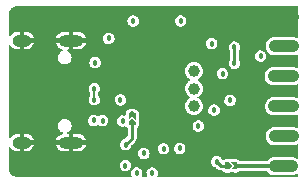
<source format=gbl>
%TF.GenerationSoftware,KiCad,Pcbnew,(6.0.2)*%
%TF.CreationDate,2022-04-27T15:01:21+08:00*%
%TF.ProjectId,USBtoTTL,55534274-6f54-4544-9c2e-6b696361645f,rev?*%
%TF.SameCoordinates,Original*%
%TF.FileFunction,Copper,L4,Bot*%
%TF.FilePolarity,Positive*%
%FSLAX45Y45*%
G04 Gerber Fmt 4.5, Leading zero omitted, Abs format (unit mm)*
G04 Created by KiCad (PCBNEW (6.0.2)) date 2022-04-27 15:01:21*
%MOMM*%
%LPD*%
G01*
G04 APERTURE LIST*
%TA.AperFunction,ComponentPad*%
%ADD10O,1.600000X1.000000*%
%TD*%
%TA.AperFunction,ComponentPad*%
%ADD11O,2.100000X1.000000*%
%TD*%
%TA.AperFunction,SMDPad,CuDef*%
%ADD12C,1.000000*%
%TD*%
%TA.AperFunction,SMDPad,CuDef*%
%ADD13R,0.200000X0.600000*%
%TD*%
%TA.AperFunction,SMDPad,CuDef*%
%ADD14R,0.600000X0.200000*%
%TD*%
%TA.AperFunction,ViaPad*%
%ADD15C,0.457200*%
%TD*%
%TA.AperFunction,Conductor*%
%ADD16C,1.016000*%
%TD*%
%TA.AperFunction,Conductor*%
%ADD17C,0.254000*%
%TD*%
%TA.AperFunction,Conductor*%
%ADD18C,0.355600*%
%TD*%
%TA.AperFunction,Conductor*%
%ADD19C,0.152400*%
%TD*%
G04 APERTURE END LIST*
%TO.C,JP2*%
G36*
X7716360Y-7411720D02*
G01*
X7686360Y-7441720D01*
X7656360Y-7441720D01*
X7656360Y-7381720D01*
X7686360Y-7381720D01*
X7716360Y-7411720D01*
G37*
G36*
X7756360Y-7441720D02*
G01*
X7701360Y-7441720D01*
X7731360Y-7411720D01*
X7701360Y-7381720D01*
X7756360Y-7381720D01*
X7756360Y-7441720D01*
G37*
%TO.C,JP1*%
G36*
X6898160Y-7020480D02*
G01*
X6868160Y-6990480D01*
X6838160Y-7020480D01*
X6838160Y-6965480D01*
X6898160Y-6965480D01*
X6898160Y-7020480D01*
G37*
G36*
X6898160Y-7035480D02*
G01*
X6898160Y-7065480D01*
X6838160Y-7065480D01*
X6838160Y-7035480D01*
X6868160Y-7005480D01*
X6898160Y-7035480D01*
G37*
%TD*%
D10*
%TO.P,J2,S1,SHIELD*%
%TO.N,GND*%
X5932460Y-6349800D03*
X5932460Y-7213800D03*
D11*
X6350460Y-6349800D03*
X6350460Y-7213800D03*
%TD*%
D12*
%TO.P,TP3,1,1*%
%TO.N,Net-(C9-Pad1)*%
X7391400Y-6756400D03*
%TD*%
%TO.P,TP2,1,1*%
%TO.N,Net-(TP2-Pad1)*%
X7391400Y-6906260D03*
%TD*%
D13*
%TO.P,JP2,1,1*%
%TO.N,Net-(JP2-Pad1)*%
X7666360Y-7411720D03*
%TO.P,JP2,2,2*%
%TO.N,+3V3*%
X7746360Y-7411720D03*
%TD*%
D12*
%TO.P,TP1,1,1*%
%TO.N,Net-(TP1-Pad1)*%
X7391400Y-6609080D03*
%TD*%
D14*
%TO.P,JP1,1,1*%
%TO.N,+5V*%
X6868160Y-7055480D03*
%TO.P,JP1,2,2*%
%TO.N,Net-(JP1-Pad2)*%
X6868160Y-6975480D03*
%TD*%
D15*
%TO.N,VBUS*%
X6876800Y-6183880D03*
X6544420Y-7026800D03*
X6617970Y-7026910D03*
X6554740Y-6536800D03*
X6670040Y-6332220D03*
X6768855Y-6851856D03*
%TO.N,GND*%
X6464680Y-6151500D03*
X7015480Y-6814820D03*
X7165080Y-6101340D03*
X6951980Y-6687820D03*
X6551040Y-6151500D03*
X7538720Y-6278880D03*
X7078980Y-6814820D03*
X6888220Y-6101340D03*
X7015480Y-6687820D03*
X7015480Y-6751320D03*
X7279640Y-7358380D03*
X8077200Y-6146800D03*
X7061200Y-6278880D03*
X8229600Y-6146800D03*
X7142480Y-6878320D03*
X7332980Y-7025640D03*
X6982200Y-6101340D03*
X7078980Y-6878320D03*
X7251700Y-6090920D03*
X7078980Y-6751320D03*
X7520940Y-7160260D03*
X7228840Y-7078980D03*
X7693660Y-7160260D03*
X6570980Y-7305040D03*
X6951980Y-6814820D03*
X7477760Y-6548070D03*
X7015480Y-6878320D03*
X6951980Y-6751320D03*
X7475220Y-6830060D03*
X8148320Y-6146800D03*
X6490970Y-7303770D03*
X7485380Y-6278880D03*
X6873240Y-6278880D03*
X7073640Y-6101340D03*
X7142480Y-6751320D03*
X7078980Y-6687820D03*
X7142480Y-6814820D03*
X6761480Y-6101080D03*
X7480300Y-7287260D03*
X6951980Y-6878320D03*
X6713220Y-6982508D03*
X7152640Y-7078980D03*
X6766660Y-6695340D03*
X7142480Y-6687820D03*
%TO.N,+5V*%
X8147000Y-6398260D03*
X6906260Y-7472680D03*
X6967220Y-7305040D03*
X6813550Y-7230110D03*
X7134210Y-7266290D03*
X8232140Y-6398260D03*
X7561580Y-6939280D03*
X7270500Y-7263380D03*
X7038340Y-7472680D03*
X7278620Y-6183880D03*
X6811040Y-7407880D03*
X7633500Y-6629400D03*
X7428230Y-7072630D03*
X8074660Y-6398260D03*
%TO.N,+3V3*%
X8147000Y-7414260D03*
X8074660Y-7414260D03*
X8221980Y-7414260D03*
%TO.N,Net-(C9-Pad1)*%
X7389120Y-6756400D03*
%TO.N,Net-(D1-Pad2)*%
X7696950Y-6856800D03*
X7541260Y-6375400D03*
%TO.N,/CP_TXD*%
X8067040Y-6652260D03*
X8147000Y-6652260D03*
X8229600Y-6652260D03*
%TO.N,/CP_RXD*%
X8147000Y-6906260D03*
X8069580Y-6906260D03*
X8232140Y-6906260D03*
%TO.N,/CP_~DTR*%
X8229600Y-7160260D03*
X7955280Y-6482080D03*
X8147000Y-7160260D03*
X8074660Y-7160260D03*
%TO.N,Net-(J2-PadA6)*%
X6548120Y-6850380D03*
X6548120Y-6756400D03*
%TO.N,Net-(JP1-Pad2)*%
X6868160Y-6975480D03*
%TO.N,Net-(JP2-Pad1)*%
X7584440Y-7376160D03*
X6786880Y-7030720D03*
%TO.N,Net-(TP1-Pad1)*%
X7391400Y-6609080D03*
%TO.N,Net-(TP2-Pad1)*%
X7391400Y-6906260D03*
%TO.N,Net-(RN1-Pad4)*%
X7734300Y-6405880D03*
X7734300Y-6543040D03*
%TD*%
D16*
%TO.N,GND*%
X8077200Y-6146800D02*
X8229600Y-6146800D01*
D17*
X7152640Y-7078980D02*
X7228840Y-7078980D01*
D16*
%TO.N,+5V*%
X8074660Y-6398260D02*
X8232140Y-6398260D01*
D17*
X6868160Y-7175500D02*
X6813550Y-7230110D01*
X6868160Y-7055480D02*
X6868160Y-7175500D01*
D18*
%TO.N,+3V3*%
X8072120Y-7411720D02*
X8074660Y-7414260D01*
X7746360Y-7411720D02*
X8072120Y-7411720D01*
D16*
X8074660Y-7414260D02*
X8221980Y-7414260D01*
%TO.N,/CP_TXD*%
X8067040Y-6652260D02*
X8229600Y-6652260D01*
%TO.N,/CP_RXD*%
X8069580Y-6906260D02*
X8232140Y-6906260D01*
%TO.N,/CP_~DTR*%
X8074660Y-7160260D02*
X8229600Y-7160260D01*
D19*
%TO.N,Net-(J2-PadA6)*%
X6548120Y-6850380D02*
X6548120Y-6756400D01*
D17*
%TO.N,Net-(JP2-Pad1)*%
X7620000Y-7411720D02*
X7666360Y-7411720D01*
X7584440Y-7376160D02*
X7620000Y-7411720D01*
%TO.N,Net-(RN1-Pad4)*%
X7734300Y-6405880D02*
X7734300Y-6543040D01*
%TD*%
%TA.AperFunction,Conductor*%
%TO.N,GND*%
G36*
X8270414Y-6058959D02*
G01*
X8272986Y-6063414D01*
X8273100Y-6064720D01*
X8273100Y-6321273D01*
X8271341Y-6326107D01*
X8266886Y-6328679D01*
X8262160Y-6327971D01*
X8260813Y-6327283D01*
X8258900Y-6326306D01*
X8241629Y-6322080D01*
X8241295Y-6322059D01*
X8240622Y-6322017D01*
X8240621Y-6322017D01*
X8240507Y-6322010D01*
X8070207Y-6322010D01*
X8069991Y-6322035D01*
X8069991Y-6322035D01*
X8065658Y-6322540D01*
X8056999Y-6323550D01*
X8056588Y-6323699D01*
X8056588Y-6323699D01*
X8040697Y-6329467D01*
X8040696Y-6329468D01*
X8040286Y-6329617D01*
X8036620Y-6332020D01*
X8025934Y-6339026D01*
X8025416Y-6339365D01*
X8013189Y-6352273D01*
X8004258Y-6367648D01*
X7999104Y-6384665D01*
X7998640Y-6392140D01*
X7998053Y-6401601D01*
X7998003Y-6402412D01*
X8001014Y-6419935D01*
X8003191Y-6425051D01*
X8007361Y-6434850D01*
X8007976Y-6436296D01*
X8018515Y-6450616D01*
X8032065Y-6462128D01*
X8047900Y-6470214D01*
X8065171Y-6474440D01*
X8065505Y-6474461D01*
X8066178Y-6474503D01*
X8066179Y-6474503D01*
X8066293Y-6474510D01*
X8236592Y-6474510D01*
X8236808Y-6474485D01*
X8236809Y-6474485D01*
X8241142Y-6473980D01*
X8249801Y-6472970D01*
X8250212Y-6472821D01*
X8250212Y-6472821D01*
X8263014Y-6468174D01*
X8268158Y-6468178D01*
X8272096Y-6471488D01*
X8273100Y-6475242D01*
X8273100Y-6576570D01*
X8271341Y-6581404D01*
X8266886Y-6583976D01*
X8262160Y-6583268D01*
X8256360Y-6580306D01*
X8239089Y-6576080D01*
X8238755Y-6576059D01*
X8238082Y-6576017D01*
X8238081Y-6576017D01*
X8237967Y-6576010D01*
X8062587Y-6576010D01*
X8062371Y-6576035D01*
X8062371Y-6576035D01*
X8058038Y-6576540D01*
X8049379Y-6577550D01*
X8048968Y-6577699D01*
X8048968Y-6577699D01*
X8033077Y-6583467D01*
X8033076Y-6583468D01*
X8032666Y-6583617D01*
X8029968Y-6585385D01*
X8018314Y-6593026D01*
X8017796Y-6593365D01*
X8005569Y-6606273D01*
X7996638Y-6621648D01*
X7991484Y-6638665D01*
X7991171Y-6643711D01*
X7990427Y-6655709D01*
X7990383Y-6656412D01*
X7993394Y-6673935D01*
X7993565Y-6674337D01*
X7997169Y-6682807D01*
X8000356Y-6690296D01*
X8010895Y-6704616D01*
X8024445Y-6716128D01*
X8040280Y-6724214D01*
X8057551Y-6728440D01*
X8057885Y-6728461D01*
X8058558Y-6728503D01*
X8058559Y-6728503D01*
X8058673Y-6728510D01*
X8234052Y-6728510D01*
X8234268Y-6728485D01*
X8234269Y-6728485D01*
X8238602Y-6727980D01*
X8247261Y-6726970D01*
X8247672Y-6726821D01*
X8247672Y-6726821D01*
X8255400Y-6724016D01*
X8263014Y-6721252D01*
X8268158Y-6721256D01*
X8272096Y-6724566D01*
X8273100Y-6728320D01*
X8273100Y-6829273D01*
X8271341Y-6834107D01*
X8266886Y-6836679D01*
X8262160Y-6835971D01*
X8258900Y-6834306D01*
X8241629Y-6830080D01*
X8241295Y-6830059D01*
X8240622Y-6830017D01*
X8240621Y-6830017D01*
X8240507Y-6830010D01*
X8065127Y-6830010D01*
X8064911Y-6830035D01*
X8064911Y-6830035D01*
X8061020Y-6830489D01*
X8051919Y-6831550D01*
X8051508Y-6831699D01*
X8051508Y-6831699D01*
X8035617Y-6837467D01*
X8035616Y-6837468D01*
X8035206Y-6837617D01*
X8029196Y-6841557D01*
X8020761Y-6847087D01*
X8020336Y-6847365D01*
X8008109Y-6860273D01*
X7999178Y-6875648D01*
X7998118Y-6879148D01*
X7995002Y-6889438D01*
X7994024Y-6892665D01*
X7993643Y-6898812D01*
X7993064Y-6908144D01*
X7992923Y-6910412D01*
X7995934Y-6927935D01*
X7997436Y-6931465D01*
X8001648Y-6941362D01*
X8002896Y-6944296D01*
X8008472Y-6951873D01*
X8010725Y-6954934D01*
X8013435Y-6958616D01*
X8026985Y-6970128D01*
X8042820Y-6978214D01*
X8060091Y-6982440D01*
X8060425Y-6982461D01*
X8061098Y-6982503D01*
X8061099Y-6982503D01*
X8061213Y-6982510D01*
X8236592Y-6982510D01*
X8236808Y-6982485D01*
X8236809Y-6982485D01*
X8241142Y-6981980D01*
X8249801Y-6980970D01*
X8250212Y-6980821D01*
X8250212Y-6980821D01*
X8261201Y-6976832D01*
X8263014Y-6976174D01*
X8268158Y-6976178D01*
X8272096Y-6979488D01*
X8273100Y-6983242D01*
X8273100Y-7084570D01*
X8271341Y-7089404D01*
X8266886Y-7091976D01*
X8262160Y-7091268D01*
X8256360Y-7088306D01*
X8239089Y-7084080D01*
X8238755Y-7084059D01*
X8238082Y-7084017D01*
X8238081Y-7084017D01*
X8237967Y-7084010D01*
X8070207Y-7084010D01*
X8069991Y-7084035D01*
X8069991Y-7084035D01*
X8065658Y-7084540D01*
X8056999Y-7085550D01*
X8056588Y-7085699D01*
X8056588Y-7085699D01*
X8040697Y-7091467D01*
X8040696Y-7091468D01*
X8040286Y-7091617D01*
X8033003Y-7096392D01*
X8027461Y-7100025D01*
X8025416Y-7101365D01*
X8013189Y-7114273D01*
X8004258Y-7129648D01*
X7999104Y-7146665D01*
X7998870Y-7150445D01*
X7998169Y-7161744D01*
X7998003Y-7164412D01*
X8001014Y-7181935D01*
X8007976Y-7198296D01*
X8018515Y-7212616D01*
X8032065Y-7224128D01*
X8047900Y-7232214D01*
X8065171Y-7236440D01*
X8065505Y-7236461D01*
X8066178Y-7236503D01*
X8066179Y-7236503D01*
X8066293Y-7236510D01*
X8234052Y-7236510D01*
X8234268Y-7236485D01*
X8234269Y-7236485D01*
X8238602Y-7235980D01*
X8247261Y-7234970D01*
X8247672Y-7234821D01*
X8247672Y-7234821D01*
X8256600Y-7231580D01*
X8263014Y-7229252D01*
X8268158Y-7229256D01*
X8272096Y-7232566D01*
X8273100Y-7236320D01*
X8273100Y-7342461D01*
X8271341Y-7347295D01*
X8266886Y-7349867D01*
X8262160Y-7349158D01*
X8249129Y-7342504D01*
X8249129Y-7342504D01*
X8248740Y-7342306D01*
X8231469Y-7338080D01*
X8231135Y-7338059D01*
X8230462Y-7338017D01*
X8230461Y-7338017D01*
X8230347Y-7338010D01*
X8070207Y-7338010D01*
X8069991Y-7338035D01*
X8069991Y-7338035D01*
X8065658Y-7338540D01*
X8056999Y-7339550D01*
X8056588Y-7339699D01*
X8056588Y-7339699D01*
X8040697Y-7345467D01*
X8040696Y-7345468D01*
X8040286Y-7345617D01*
X8039921Y-7345856D01*
X8028304Y-7353472D01*
X8025416Y-7355365D01*
X8025116Y-7355682D01*
X8025116Y-7355683D01*
X8015208Y-7366142D01*
X8010607Y-7368441D01*
X8009749Y-7368490D01*
X7782148Y-7368490D01*
X7777314Y-7366731D01*
X7775895Y-7365148D01*
X7775120Y-7363988D01*
X7775120Y-7363987D01*
X7774708Y-7363372D01*
X7774093Y-7362960D01*
X7774092Y-7362960D01*
X7766906Y-7358158D01*
X7766906Y-7358158D01*
X7766290Y-7357747D01*
X7765564Y-7357602D01*
X7759230Y-7356342D01*
X7759229Y-7356342D01*
X7758867Y-7356270D01*
X7758695Y-7356270D01*
X7758360Y-7356220D01*
X7756360Y-7355822D01*
X7755633Y-7355967D01*
X7754836Y-7356125D01*
X7753369Y-7356270D01*
X7740599Y-7356270D01*
X7733853Y-7356270D01*
X7733686Y-7356303D01*
X7733347Y-7356320D01*
X7704602Y-7356320D01*
X7703135Y-7356175D01*
X7702086Y-7355967D01*
X7701360Y-7355822D01*
X7700633Y-7355967D01*
X7699360Y-7356220D01*
X7698858Y-7356320D01*
X7695327Y-7357022D01*
X7692393Y-7357022D01*
X7688862Y-7356320D01*
X7687086Y-7355967D01*
X7686360Y-7355822D01*
X7685633Y-7355967D01*
X7684585Y-7356175D01*
X7683118Y-7356320D01*
X7679374Y-7356320D01*
X7679034Y-7356303D01*
X7678867Y-7356270D01*
X7672122Y-7356270D01*
X7659351Y-7356270D01*
X7657884Y-7356126D01*
X7656360Y-7355822D01*
X7654360Y-7356220D01*
X7654024Y-7356270D01*
X7653853Y-7356270D01*
X7653491Y-7356342D01*
X7653491Y-7356342D01*
X7651318Y-7356774D01*
X7646430Y-7357747D01*
X7643642Y-7359609D01*
X7640530Y-7361689D01*
X7635533Y-7362912D01*
X7630920Y-7360637D01*
X7629506Y-7358549D01*
X7625779Y-7350352D01*
X7625557Y-7349864D01*
X7619044Y-7342306D01*
X7616874Y-7339786D01*
X7616873Y-7339786D01*
X7616524Y-7339381D01*
X7616075Y-7339090D01*
X7605361Y-7332145D01*
X7605361Y-7332145D01*
X7604912Y-7331854D01*
X7599853Y-7330341D01*
X7592167Y-7328043D01*
X7592167Y-7328043D01*
X7591654Y-7327889D01*
X7591119Y-7327886D01*
X7591118Y-7327886D01*
X7584932Y-7327848D01*
X7577816Y-7327805D01*
X7564511Y-7331607D01*
X7552807Y-7338992D01*
X7543647Y-7349364D01*
X7543419Y-7349849D01*
X7543419Y-7349849D01*
X7540942Y-7355126D01*
X7537766Y-7361890D01*
X7535637Y-7375564D01*
X7537431Y-7389285D01*
X7543004Y-7401951D01*
X7551909Y-7412544D01*
X7552355Y-7412841D01*
X7552355Y-7412841D01*
X7562982Y-7419915D01*
X7562982Y-7419915D01*
X7563428Y-7420212D01*
X7576637Y-7424339D01*
X7576745Y-7424341D01*
X7580685Y-7426357D01*
X7589578Y-7435250D01*
X7590578Y-7436488D01*
X7591056Y-7437228D01*
X7591393Y-7437750D01*
X7591881Y-7438135D01*
X7594282Y-7440028D01*
X7594944Y-7440617D01*
X7595265Y-7440937D01*
X7595517Y-7441118D01*
X7595517Y-7441118D01*
X7596942Y-7442136D01*
X7597225Y-7442348D01*
X7600879Y-7445229D01*
X7600879Y-7445229D01*
X7601367Y-7445613D01*
X7601953Y-7445819D01*
X7602187Y-7445948D01*
X7602212Y-7445963D01*
X7602240Y-7445975D01*
X7602478Y-7446092D01*
X7602984Y-7446453D01*
X7608037Y-7447964D01*
X7608369Y-7448072D01*
X7613350Y-7449822D01*
X7613909Y-7449870D01*
X7614019Y-7449870D01*
X7614562Y-7449916D01*
X7615152Y-7450092D01*
X7615773Y-7450068D01*
X7615774Y-7450068D01*
X7620667Y-7449876D01*
X7620962Y-7449870D01*
X7627178Y-7449870D01*
X7632011Y-7451629D01*
X7633430Y-7453212D01*
X7634792Y-7455250D01*
X7638012Y-7460068D01*
X7638627Y-7460480D01*
X7645814Y-7465282D01*
X7645814Y-7465282D01*
X7646430Y-7465693D01*
X7647156Y-7465838D01*
X7653490Y-7467098D01*
X7653490Y-7467098D01*
X7653853Y-7467170D01*
X7654024Y-7467170D01*
X7654360Y-7467220D01*
X7656360Y-7467618D01*
X7657086Y-7467473D01*
X7657884Y-7467314D01*
X7659351Y-7467170D01*
X7672121Y-7467170D01*
X7678867Y-7467170D01*
X7679034Y-7467137D01*
X7679373Y-7467120D01*
X7683118Y-7467120D01*
X7684585Y-7467264D01*
X7686360Y-7467618D01*
X7687884Y-7467314D01*
X7692393Y-7466418D01*
X7695327Y-7466418D01*
X7699836Y-7467314D01*
X7701360Y-7467618D01*
X7703135Y-7467264D01*
X7704602Y-7467120D01*
X7733346Y-7467120D01*
X7733686Y-7467137D01*
X7733853Y-7467170D01*
X7740598Y-7467170D01*
X7753369Y-7467170D01*
X7754836Y-7467314D01*
X7756360Y-7467618D01*
X7758360Y-7467220D01*
X7758696Y-7467170D01*
X7758867Y-7467170D01*
X7759229Y-7467098D01*
X7759229Y-7467098D01*
X7761649Y-7466616D01*
X7766290Y-7465693D01*
X7769205Y-7463745D01*
X7774092Y-7460480D01*
X7774093Y-7460480D01*
X7774708Y-7460068D01*
X7775120Y-7459453D01*
X7775120Y-7459452D01*
X7775895Y-7458292D01*
X7780044Y-7455250D01*
X7782148Y-7454950D01*
X8006126Y-7454950D01*
X8010960Y-7456709D01*
X8012183Y-7458013D01*
X8018154Y-7466126D01*
X8018515Y-7466616D01*
X8032065Y-7478128D01*
X8047900Y-7486214D01*
X8065171Y-7490440D01*
X8065505Y-7490461D01*
X8066178Y-7490503D01*
X8066179Y-7490503D01*
X8066293Y-7490510D01*
X8226432Y-7490510D01*
X8226648Y-7490485D01*
X8226649Y-7490485D01*
X8230982Y-7489980D01*
X8239641Y-7488970D01*
X8240052Y-7488821D01*
X8240052Y-7488821D01*
X8255943Y-7483052D01*
X8255944Y-7483052D01*
X8256354Y-7482903D01*
X8261457Y-7479558D01*
X8266464Y-7478379D01*
X8271057Y-7480694D01*
X8273100Y-7485847D01*
X8273100Y-7498880D01*
X8271341Y-7503714D01*
X8266886Y-7506286D01*
X8265580Y-7506400D01*
X7087688Y-7506400D01*
X7082854Y-7504641D01*
X7080282Y-7500186D01*
X7080921Y-7495601D01*
X7084603Y-7488001D01*
X7084603Y-7488001D01*
X7084836Y-7487519D01*
X7085336Y-7484550D01*
X7086436Y-7478009D01*
X7087132Y-7473872D01*
X7087147Y-7472680D01*
X7086378Y-7467314D01*
X7085261Y-7459512D01*
X7085261Y-7459511D01*
X7085185Y-7458982D01*
X7084925Y-7458410D01*
X7080176Y-7447964D01*
X7079457Y-7446384D01*
X7073981Y-7440028D01*
X7070774Y-7436306D01*
X7070773Y-7436306D01*
X7070424Y-7435901D01*
X7069913Y-7435570D01*
X7059261Y-7428665D01*
X7059261Y-7428665D01*
X7058812Y-7428374D01*
X7054183Y-7426990D01*
X7046067Y-7424563D01*
X7046067Y-7424563D01*
X7045554Y-7424409D01*
X7045019Y-7424406D01*
X7045018Y-7424406D01*
X7038832Y-7424368D01*
X7031716Y-7424325D01*
X7018411Y-7428127D01*
X7006707Y-7435512D01*
X6997547Y-7445884D01*
X6997319Y-7446369D01*
X6997319Y-7446369D01*
X6994849Y-7451629D01*
X6991666Y-7458410D01*
X6989537Y-7472084D01*
X6989606Y-7472614D01*
X6989606Y-7472615D01*
X6989653Y-7472971D01*
X6991331Y-7485805D01*
X6995641Y-7495601D01*
X6995752Y-7495851D01*
X6996088Y-7500984D01*
X6993046Y-7505133D01*
X6988868Y-7506400D01*
X6955608Y-7506400D01*
X6950774Y-7504641D01*
X6948202Y-7500186D01*
X6948841Y-7495601D01*
X6952523Y-7488001D01*
X6952523Y-7488001D01*
X6952756Y-7487519D01*
X6953256Y-7484550D01*
X6954356Y-7478009D01*
X6955052Y-7473872D01*
X6955067Y-7472680D01*
X6954298Y-7467314D01*
X6953181Y-7459512D01*
X6953181Y-7459511D01*
X6953105Y-7458982D01*
X6952845Y-7458410D01*
X6948096Y-7447964D01*
X6947377Y-7446384D01*
X6941901Y-7440028D01*
X6938694Y-7436306D01*
X6938693Y-7436306D01*
X6938344Y-7435901D01*
X6937833Y-7435570D01*
X6927181Y-7428665D01*
X6927181Y-7428665D01*
X6926732Y-7428374D01*
X6922103Y-7426990D01*
X6913987Y-7424563D01*
X6913987Y-7424563D01*
X6913474Y-7424409D01*
X6912939Y-7424406D01*
X6912938Y-7424406D01*
X6906752Y-7424368D01*
X6899636Y-7424325D01*
X6886331Y-7428127D01*
X6874627Y-7435512D01*
X6865467Y-7445884D01*
X6865239Y-7446369D01*
X6865239Y-7446369D01*
X6862769Y-7451629D01*
X6859586Y-7458410D01*
X6857457Y-7472084D01*
X6857526Y-7472614D01*
X6857526Y-7472615D01*
X6857573Y-7472971D01*
X6859251Y-7485805D01*
X6863561Y-7495601D01*
X6863672Y-7495851D01*
X6864008Y-7500984D01*
X6860966Y-7505133D01*
X6856788Y-7506400D01*
X5901742Y-7506400D01*
X5900275Y-7506255D01*
X5900173Y-7506235D01*
X5898500Y-7505902D01*
X5897773Y-7506047D01*
X5897325Y-7506047D01*
X5895717Y-7506126D01*
X5885633Y-7505133D01*
X5884683Y-7505039D01*
X5883237Y-7504752D01*
X5870661Y-7500936D01*
X5869299Y-7500372D01*
X5857708Y-7494177D01*
X5856482Y-7493358D01*
X5846322Y-7485020D01*
X5845280Y-7483978D01*
X5836942Y-7473818D01*
X5836123Y-7472592D01*
X5829928Y-7461001D01*
X5829364Y-7459639D01*
X5825548Y-7447062D01*
X5825261Y-7445617D01*
X5824710Y-7440028D01*
X5824174Y-7434583D01*
X5824253Y-7432975D01*
X5824253Y-7432526D01*
X5824398Y-7431800D01*
X5824044Y-7430025D01*
X5823900Y-7428558D01*
X5823900Y-7407284D01*
X6762237Y-7407284D01*
X6762306Y-7407814D01*
X6762306Y-7407815D01*
X6762353Y-7408171D01*
X6764031Y-7421005D01*
X6769604Y-7433671D01*
X6778509Y-7444264D01*
X6778955Y-7444561D01*
X6778955Y-7444561D01*
X6789582Y-7451635D01*
X6789582Y-7451635D01*
X6790028Y-7451932D01*
X6803237Y-7456059D01*
X6810387Y-7456190D01*
X6816536Y-7456303D01*
X6816537Y-7456303D01*
X6817073Y-7456312D01*
X6817590Y-7456171D01*
X6817590Y-7456171D01*
X6824871Y-7454186D01*
X6830423Y-7452673D01*
X6835498Y-7449557D01*
X6841759Y-7445712D01*
X6841760Y-7445712D01*
X6842216Y-7445432D01*
X6851503Y-7435172D01*
X6852230Y-7433671D01*
X6856733Y-7424377D01*
X6857536Y-7422719D01*
X6858008Y-7419915D01*
X6859784Y-7409359D01*
X6859832Y-7409072D01*
X6859847Y-7407880D01*
X6859056Y-7402361D01*
X6857961Y-7394712D01*
X6857961Y-7394711D01*
X6857885Y-7394182D01*
X6857625Y-7393610D01*
X6852379Y-7382072D01*
X6852157Y-7381584D01*
X6846514Y-7375035D01*
X6843474Y-7371506D01*
X6843473Y-7371506D01*
X6843124Y-7371101D01*
X6842675Y-7370809D01*
X6831961Y-7363865D01*
X6831961Y-7363865D01*
X6831512Y-7363574D01*
X6825881Y-7361890D01*
X6818767Y-7359763D01*
X6818767Y-7359763D01*
X6818254Y-7359609D01*
X6817719Y-7359606D01*
X6817718Y-7359606D01*
X6811532Y-7359568D01*
X6804416Y-7359525D01*
X6791111Y-7363327D01*
X6779407Y-7370712D01*
X6770247Y-7381084D01*
X6764366Y-7393610D01*
X6762237Y-7407284D01*
X5823900Y-7407284D01*
X5823900Y-7304444D01*
X6918417Y-7304444D01*
X6918486Y-7304974D01*
X6918486Y-7304975D01*
X6919149Y-7310045D01*
X6920211Y-7318165D01*
X6925784Y-7330831D01*
X6934689Y-7341424D01*
X6935135Y-7341721D01*
X6935135Y-7341721D01*
X6945762Y-7348795D01*
X6945762Y-7348795D01*
X6946208Y-7349092D01*
X6959417Y-7353219D01*
X6966567Y-7353350D01*
X6972716Y-7353463D01*
X6972717Y-7353463D01*
X6973253Y-7353472D01*
X6973770Y-7353331D01*
X6973770Y-7353331D01*
X6984697Y-7350352D01*
X6986603Y-7349833D01*
X6991678Y-7346717D01*
X6997939Y-7342872D01*
X6997940Y-7342872D01*
X6998396Y-7342592D01*
X7007683Y-7332332D01*
X7008410Y-7330831D01*
X7013483Y-7320361D01*
X7013716Y-7319879D01*
X7016012Y-7306232D01*
X7016027Y-7305040D01*
X7015866Y-7303915D01*
X7014141Y-7291872D01*
X7014141Y-7291871D01*
X7014065Y-7291342D01*
X7013805Y-7290770D01*
X7008559Y-7279232D01*
X7008337Y-7278744D01*
X7002765Y-7272277D01*
X6999654Y-7268666D01*
X6999653Y-7268666D01*
X6999304Y-7268261D01*
X6998813Y-7267942D01*
X6995343Y-7265694D01*
X7085407Y-7265694D01*
X7085476Y-7266224D01*
X7085476Y-7266225D01*
X7086268Y-7272277D01*
X7087201Y-7279415D01*
X7092774Y-7292081D01*
X7101679Y-7302674D01*
X7102125Y-7302971D01*
X7102125Y-7302971D01*
X7112752Y-7310045D01*
X7112752Y-7310045D01*
X7113198Y-7310342D01*
X7126407Y-7314469D01*
X7133557Y-7314600D01*
X7139706Y-7314713D01*
X7139707Y-7314713D01*
X7140243Y-7314722D01*
X7140760Y-7314581D01*
X7140760Y-7314581D01*
X7148041Y-7312596D01*
X7153593Y-7311083D01*
X7160022Y-7307135D01*
X7164929Y-7304122D01*
X7164930Y-7304122D01*
X7165386Y-7303842D01*
X7174673Y-7293582D01*
X7175400Y-7292081D01*
X7180473Y-7281611D01*
X7180706Y-7281129D01*
X7181165Y-7278401D01*
X7182195Y-7272277D01*
X7183002Y-7267482D01*
X7183017Y-7266290D01*
X7182856Y-7265165D01*
X7182515Y-7262784D01*
X7221697Y-7262784D01*
X7221766Y-7263314D01*
X7221766Y-7263315D01*
X7222371Y-7267942D01*
X7223491Y-7276505D01*
X7229064Y-7289171D01*
X7237969Y-7299764D01*
X7238415Y-7300061D01*
X7238415Y-7300061D01*
X7249042Y-7307135D01*
X7249042Y-7307135D01*
X7249488Y-7307432D01*
X7262697Y-7311559D01*
X7269847Y-7311690D01*
X7275996Y-7311803D01*
X7275997Y-7311803D01*
X7276533Y-7311812D01*
X7277050Y-7311671D01*
X7277050Y-7311671D01*
X7284331Y-7309686D01*
X7289883Y-7308173D01*
X7295957Y-7304444D01*
X7301219Y-7301212D01*
X7301220Y-7301212D01*
X7301676Y-7300932D01*
X7310963Y-7290672D01*
X7311690Y-7289171D01*
X7315353Y-7281611D01*
X7316996Y-7278219D01*
X7317256Y-7276674D01*
X7318737Y-7267872D01*
X7319292Y-7264572D01*
X7319307Y-7263380D01*
X7318928Y-7260734D01*
X7317421Y-7250212D01*
X7317421Y-7250211D01*
X7317345Y-7249682D01*
X7317085Y-7249110D01*
X7311839Y-7237572D01*
X7311617Y-7237084D01*
X7305552Y-7230045D01*
X7302934Y-7227006D01*
X7302933Y-7227006D01*
X7302584Y-7226601D01*
X7302135Y-7226310D01*
X7291421Y-7219365D01*
X7291421Y-7219365D01*
X7290972Y-7219074D01*
X7281929Y-7216370D01*
X7278227Y-7215263D01*
X7278227Y-7215263D01*
X7277714Y-7215109D01*
X7277179Y-7215106D01*
X7277178Y-7215106D01*
X7270992Y-7215068D01*
X7263876Y-7215025D01*
X7250571Y-7218827D01*
X7238867Y-7226212D01*
X7229707Y-7236584D01*
X7229479Y-7237069D01*
X7229479Y-7237069D01*
X7227877Y-7240482D01*
X7223826Y-7249110D01*
X7221697Y-7262784D01*
X7182515Y-7262784D01*
X7181131Y-7253122D01*
X7181131Y-7253121D01*
X7181055Y-7252592D01*
X7180795Y-7252020D01*
X7175549Y-7240482D01*
X7175327Y-7239994D01*
X7170484Y-7234373D01*
X7166644Y-7229916D01*
X7166643Y-7229916D01*
X7166294Y-7229511D01*
X7165845Y-7229220D01*
X7155131Y-7222275D01*
X7155131Y-7222275D01*
X7154682Y-7221984D01*
X7145925Y-7219365D01*
X7141937Y-7218173D01*
X7141937Y-7218173D01*
X7141424Y-7218019D01*
X7140889Y-7218016D01*
X7140888Y-7218016D01*
X7134702Y-7217978D01*
X7127586Y-7217935D01*
X7114281Y-7221737D01*
X7102577Y-7229122D01*
X7093417Y-7239494D01*
X7093189Y-7239979D01*
X7093189Y-7239979D01*
X7090856Y-7244949D01*
X7087536Y-7252020D01*
X7085407Y-7265694D01*
X6995343Y-7265694D01*
X6988141Y-7261025D01*
X6988141Y-7261025D01*
X6987692Y-7260734D01*
X6983063Y-7259350D01*
X6974947Y-7256923D01*
X6974947Y-7256923D01*
X6974434Y-7256769D01*
X6973899Y-7256766D01*
X6973898Y-7256766D01*
X6967712Y-7256728D01*
X6960596Y-7256685D01*
X6947291Y-7260487D01*
X6935587Y-7267872D01*
X6926427Y-7278244D01*
X6926199Y-7278729D01*
X6926199Y-7278729D01*
X6925647Y-7279906D01*
X6920546Y-7290770D01*
X6918417Y-7304444D01*
X5823900Y-7304444D01*
X5823900Y-7257170D01*
X5825659Y-7252336D01*
X5830114Y-7249764D01*
X5835180Y-7250658D01*
X5837477Y-7252713D01*
X5846681Y-7265221D01*
X5847273Y-7265855D01*
X5860007Y-7276674D01*
X5860728Y-7277155D01*
X5875610Y-7284753D01*
X5876423Y-7285056D01*
X5892751Y-7289051D01*
X5893412Y-7289152D01*
X5894071Y-7289193D01*
X5894302Y-7289200D01*
X5913354Y-7289200D01*
X5914370Y-7288830D01*
X5914680Y-7288293D01*
X5914680Y-7287874D01*
X5950240Y-7287874D01*
X5950610Y-7288890D01*
X5951147Y-7289200D01*
X5966645Y-7289200D01*
X5967079Y-7289175D01*
X5979490Y-7287728D01*
X5980335Y-7287528D01*
X5996040Y-7281827D01*
X5996816Y-7281439D01*
X6010789Y-7272277D01*
X6011455Y-7271721D01*
X6022946Y-7259591D01*
X6023466Y-7258896D01*
X6031858Y-7244448D01*
X6032204Y-7243653D01*
X6035476Y-7232849D01*
X6035444Y-7232279D01*
X6222128Y-7232279D01*
X6222561Y-7234803D01*
X6222806Y-7235636D01*
X6229348Y-7251010D01*
X6229778Y-7251764D01*
X6239681Y-7265221D01*
X6240273Y-7265855D01*
X6253007Y-7276674D01*
X6253728Y-7277155D01*
X6268610Y-7284753D01*
X6269423Y-7285056D01*
X6285751Y-7289051D01*
X6286412Y-7289152D01*
X6287071Y-7289193D01*
X6287302Y-7289200D01*
X6331354Y-7289200D01*
X6332370Y-7288830D01*
X6332680Y-7288293D01*
X6332680Y-7287874D01*
X6368240Y-7287874D01*
X6368610Y-7288890D01*
X6369147Y-7289200D01*
X6409645Y-7289200D01*
X6410079Y-7289175D01*
X6422490Y-7287728D01*
X6423335Y-7287528D01*
X6439040Y-7281827D01*
X6439816Y-7281439D01*
X6453789Y-7272277D01*
X6454455Y-7271721D01*
X6465946Y-7259591D01*
X6466466Y-7258896D01*
X6474858Y-7244448D01*
X6475204Y-7243653D01*
X6478476Y-7232849D01*
X6478416Y-7231770D01*
X6478314Y-7231661D01*
X6477975Y-7231580D01*
X6369566Y-7231580D01*
X6368550Y-7231950D01*
X6368240Y-7232487D01*
X6368240Y-7287874D01*
X6332680Y-7287874D01*
X6332680Y-7232906D01*
X6332310Y-7231890D01*
X6331773Y-7231580D01*
X6223333Y-7231580D01*
X6222318Y-7231950D01*
X6222128Y-7232279D01*
X6035444Y-7232279D01*
X6035416Y-7231770D01*
X6035314Y-7231661D01*
X6034975Y-7231580D01*
X5951566Y-7231580D01*
X5950550Y-7231950D01*
X5950240Y-7232487D01*
X5950240Y-7287874D01*
X5914680Y-7287874D01*
X5914680Y-7194694D01*
X5950240Y-7194694D01*
X5950610Y-7195710D01*
X5951147Y-7196020D01*
X6034587Y-7196020D01*
X6035602Y-7195650D01*
X6035792Y-7195321D01*
X6035694Y-7194751D01*
X6222444Y-7194751D01*
X6222504Y-7195830D01*
X6222606Y-7195939D01*
X6222945Y-7196020D01*
X6331354Y-7196020D01*
X6332370Y-7195650D01*
X6332680Y-7195113D01*
X6332680Y-7194694D01*
X6368240Y-7194694D01*
X6368610Y-7195710D01*
X6369147Y-7196020D01*
X6477587Y-7196020D01*
X6478602Y-7195650D01*
X6478792Y-7195321D01*
X6478359Y-7192797D01*
X6478113Y-7191964D01*
X6471572Y-7176590D01*
X6471142Y-7175836D01*
X6461238Y-7162379D01*
X6460647Y-7161744D01*
X6447913Y-7150926D01*
X6447191Y-7150445D01*
X6432310Y-7142846D01*
X6431497Y-7142544D01*
X6415169Y-7138548D01*
X6414508Y-7138448D01*
X6413849Y-7138407D01*
X6413618Y-7138400D01*
X6369566Y-7138400D01*
X6368550Y-7138770D01*
X6368240Y-7139307D01*
X6368240Y-7194694D01*
X6332680Y-7194694D01*
X6332680Y-7139726D01*
X6332310Y-7138710D01*
X6331773Y-7138400D01*
X6323495Y-7138400D01*
X6318662Y-7136641D01*
X6316090Y-7132186D01*
X6316983Y-7127120D01*
X6320618Y-7123932D01*
X6326685Y-7121419D01*
X6338790Y-7112130D01*
X6340954Y-7109311D01*
X6347779Y-7100416D01*
X6348079Y-7100025D01*
X6350678Y-7093750D01*
X6353730Y-7086383D01*
X6353730Y-7086383D01*
X6353918Y-7085928D01*
X6355910Y-7070800D01*
X6353918Y-7055672D01*
X6348079Y-7041575D01*
X6338790Y-7029470D01*
X6334534Y-7026204D01*
X6495617Y-7026204D01*
X6495686Y-7026734D01*
X6495686Y-7026735D01*
X6496129Y-7030124D01*
X6497411Y-7039925D01*
X6502984Y-7052591D01*
X6511889Y-7063184D01*
X6512335Y-7063481D01*
X6512335Y-7063481D01*
X6522962Y-7070555D01*
X6522962Y-7070555D01*
X6523408Y-7070852D01*
X6536617Y-7074979D01*
X6543767Y-7075110D01*
X6549916Y-7075223D01*
X6549917Y-7075223D01*
X6550453Y-7075232D01*
X6550970Y-7075091D01*
X6550970Y-7075091D01*
X6558932Y-7072921D01*
X6563803Y-7071593D01*
X6571782Y-7066694D01*
X6575139Y-7064632D01*
X6575140Y-7064632D01*
X6575596Y-7064352D01*
X6575956Y-7063954D01*
X6576329Y-7063644D01*
X6581172Y-7061910D01*
X6585302Y-7063500D01*
X6585439Y-7063294D01*
X6596512Y-7070665D01*
X6596512Y-7070665D01*
X6596958Y-7070962D01*
X6610167Y-7075089D01*
X6617317Y-7075220D01*
X6623466Y-7075333D01*
X6623467Y-7075333D01*
X6624003Y-7075342D01*
X6624520Y-7075201D01*
X6624520Y-7075201D01*
X6633952Y-7072630D01*
X6637353Y-7071703D01*
X6643043Y-7068209D01*
X6648689Y-7064742D01*
X6648690Y-7064742D01*
X6649146Y-7064462D01*
X6658433Y-7054202D01*
X6664466Y-7041749D01*
X6665521Y-7035480D01*
X6666422Y-7030124D01*
X6738077Y-7030124D01*
X6738146Y-7030654D01*
X6738146Y-7030655D01*
X6739009Y-7037255D01*
X6739871Y-7043845D01*
X6743504Y-7052101D01*
X6745075Y-7055672D01*
X6745444Y-7056511D01*
X6754349Y-7067104D01*
X6754795Y-7067401D01*
X6754795Y-7067401D01*
X6765422Y-7074475D01*
X6765422Y-7074475D01*
X6765868Y-7074772D01*
X6779077Y-7078899D01*
X6786227Y-7079030D01*
X6792376Y-7079143D01*
X6792377Y-7079143D01*
X6792913Y-7079152D01*
X6793430Y-7079011D01*
X6793430Y-7079011D01*
X6800711Y-7077026D01*
X6806263Y-7075513D01*
X6806683Y-7075255D01*
X6811800Y-7074951D01*
X6815904Y-7077980D01*
X6819812Y-7083828D01*
X6820427Y-7084240D01*
X6826668Y-7088410D01*
X6829710Y-7092558D01*
X6830010Y-7094662D01*
X6830010Y-7156583D01*
X6828251Y-7161417D01*
X6827807Y-7161900D01*
X6809741Y-7179966D01*
X6806490Y-7181879D01*
X6802038Y-7183152D01*
X6793621Y-7185557D01*
X6781917Y-7192942D01*
X6772757Y-7203314D01*
X6772529Y-7203799D01*
X6772529Y-7203799D01*
X6772002Y-7204922D01*
X6766876Y-7215840D01*
X6764747Y-7229514D01*
X6764816Y-7230044D01*
X6764816Y-7230045D01*
X6765662Y-7236510D01*
X6766541Y-7243235D01*
X6772114Y-7255901D01*
X6781019Y-7266494D01*
X6781465Y-7266791D01*
X6781465Y-7266791D01*
X6792092Y-7273865D01*
X6792092Y-7273865D01*
X6792538Y-7274162D01*
X6805747Y-7278289D01*
X6812897Y-7278420D01*
X6819046Y-7278533D01*
X6819047Y-7278533D01*
X6819583Y-7278542D01*
X6820100Y-7278401D01*
X6820100Y-7278401D01*
X6829006Y-7275973D01*
X6832933Y-7274903D01*
X6838115Y-7271721D01*
X6844269Y-7267942D01*
X6844270Y-7267942D01*
X6844726Y-7267662D01*
X6854013Y-7257402D01*
X6854319Y-7256769D01*
X6859813Y-7245431D01*
X6860046Y-7244949D01*
X6860252Y-7243726D01*
X6861141Y-7238443D01*
X6863239Y-7234373D01*
X6891690Y-7205922D01*
X6892929Y-7204922D01*
X6893668Y-7204444D01*
X6893668Y-7204444D01*
X6894190Y-7204107D01*
X6896468Y-7201217D01*
X6897057Y-7200556D01*
X6897377Y-7200235D01*
X6898576Y-7198558D01*
X6898788Y-7198274D01*
X6901669Y-7194621D01*
X6901669Y-7194621D01*
X6902053Y-7194133D01*
X6902259Y-7193547D01*
X6902388Y-7193313D01*
X6902403Y-7193288D01*
X6902415Y-7193260D01*
X6902532Y-7193021D01*
X6902893Y-7192516D01*
X6904404Y-7187465D01*
X6904513Y-7187127D01*
X6905910Y-7183152D01*
X6906262Y-7182150D01*
X6906310Y-7181591D01*
X6906310Y-7181481D01*
X6906356Y-7180938D01*
X6906532Y-7180348D01*
X6906316Y-7174833D01*
X6906310Y-7174538D01*
X6906310Y-7094662D01*
X6908069Y-7089828D01*
X6909652Y-7088410D01*
X6915893Y-7084240D01*
X6916508Y-7083828D01*
X6919909Y-7078739D01*
X6921722Y-7076026D01*
X6921722Y-7076026D01*
X6922133Y-7075410D01*
X6922449Y-7073822D01*
X6922805Y-7072034D01*
X7379427Y-7072034D01*
X7379496Y-7072564D01*
X7379496Y-7072565D01*
X7380326Y-7078909D01*
X7381221Y-7085755D01*
X7386794Y-7098421D01*
X7395699Y-7109014D01*
X7396145Y-7109311D01*
X7396145Y-7109311D01*
X7406772Y-7116385D01*
X7406772Y-7116385D01*
X7407218Y-7116682D01*
X7420427Y-7120809D01*
X7427577Y-7120940D01*
X7433726Y-7121053D01*
X7433727Y-7121053D01*
X7434263Y-7121062D01*
X7434780Y-7120921D01*
X7434780Y-7120921D01*
X7442061Y-7118936D01*
X7447613Y-7117423D01*
X7453259Y-7113956D01*
X7458949Y-7110462D01*
X7458950Y-7110462D01*
X7459406Y-7110182D01*
X7468693Y-7099922D01*
X7469420Y-7098421D01*
X7472543Y-7091976D01*
X7474726Y-7087469D01*
X7474986Y-7085928D01*
X7476836Y-7074929D01*
X7477022Y-7073822D01*
X7477037Y-7072630D01*
X7476924Y-7071844D01*
X7475151Y-7059462D01*
X7475151Y-7059461D01*
X7475075Y-7058932D01*
X7474815Y-7058360D01*
X7469569Y-7046822D01*
X7469347Y-7046334D01*
X7465246Y-7041575D01*
X7460664Y-7036256D01*
X7460663Y-7036256D01*
X7460314Y-7035851D01*
X7459742Y-7035480D01*
X7449151Y-7028615D01*
X7449151Y-7028615D01*
X7448702Y-7028324D01*
X7442645Y-7026513D01*
X7435957Y-7024513D01*
X7435957Y-7024513D01*
X7435444Y-7024359D01*
X7434909Y-7024356D01*
X7434908Y-7024356D01*
X7428722Y-7024318D01*
X7421606Y-7024275D01*
X7408301Y-7028077D01*
X7396597Y-7035462D01*
X7387437Y-7045834D01*
X7381556Y-7058360D01*
X7379427Y-7072034D01*
X6922805Y-7072034D01*
X6923538Y-7068350D01*
X6923538Y-7068349D01*
X6923610Y-7067987D01*
X6923610Y-7067815D01*
X6923660Y-7067480D01*
X6924058Y-7065480D01*
X6923754Y-7063956D01*
X6923610Y-7062489D01*
X6923610Y-7043343D01*
X6923610Y-7042973D01*
X6923577Y-7042806D01*
X6923560Y-7042467D01*
X6923560Y-7038722D01*
X6923704Y-7037255D01*
X6923913Y-7036206D01*
X6924058Y-7035480D01*
X6922858Y-7029447D01*
X6922858Y-7026513D01*
X6923303Y-7024275D01*
X6923560Y-7022982D01*
X6923913Y-7021207D01*
X6923913Y-7021206D01*
X6924058Y-7020480D01*
X6923704Y-7018705D01*
X6923560Y-7017238D01*
X6923560Y-6988494D01*
X6923577Y-6988154D01*
X6923610Y-6987987D01*
X6923610Y-6968471D01*
X6923754Y-6967004D01*
X6923754Y-6967004D01*
X6924058Y-6965480D01*
X6923660Y-6963480D01*
X6923610Y-6963144D01*
X6923610Y-6962973D01*
X6923538Y-6962610D01*
X6923106Y-6960438D01*
X6922133Y-6955550D01*
X6916508Y-6947132D01*
X6912791Y-6944648D01*
X6908706Y-6941918D01*
X6908706Y-6941918D01*
X6908090Y-6941507D01*
X6903909Y-6940675D01*
X6900502Y-6939000D01*
X6900244Y-6938701D01*
X6899795Y-6938410D01*
X6889081Y-6931465D01*
X6889081Y-6931465D01*
X6888632Y-6931174D01*
X6884003Y-6929790D01*
X6875887Y-6927363D01*
X6875887Y-6927363D01*
X6875374Y-6927209D01*
X6874839Y-6927206D01*
X6874838Y-6927206D01*
X6868652Y-6927168D01*
X6861536Y-6927125D01*
X6848231Y-6930927D01*
X6836527Y-6938312D01*
X6836172Y-6938713D01*
X6835801Y-6939030D01*
X6832394Y-6940678D01*
X6828957Y-6941362D01*
X6828956Y-6941362D01*
X6828230Y-6941507D01*
X6819812Y-6947132D01*
X6819400Y-6947747D01*
X6814598Y-6954934D01*
X6814187Y-6955550D01*
X6814042Y-6956276D01*
X6814042Y-6956277D01*
X6812710Y-6962973D01*
X6812710Y-6963144D01*
X6812660Y-6963480D01*
X6812262Y-6965480D01*
X6812407Y-6966206D01*
X6812407Y-6966206D01*
X6812565Y-6967004D01*
X6812710Y-6968471D01*
X6812710Y-6977112D01*
X6812710Y-6977918D01*
X6810951Y-6982752D01*
X6806496Y-6985324D01*
X6803035Y-6985123D01*
X6794607Y-6982603D01*
X6794607Y-6982603D01*
X6794094Y-6982449D01*
X6793559Y-6982446D01*
X6793558Y-6982446D01*
X6787372Y-6982408D01*
X6780256Y-6982365D01*
X6766951Y-6986167D01*
X6755247Y-6993552D01*
X6746087Y-7003924D01*
X6740206Y-7016450D01*
X6738077Y-7030124D01*
X6666422Y-7030124D01*
X6666714Y-7028389D01*
X6666762Y-7028102D01*
X6666777Y-7026910D01*
X6666736Y-7026622D01*
X6664891Y-7013742D01*
X6664891Y-7013741D01*
X6664815Y-7013212D01*
X6664505Y-7012530D01*
X6659309Y-7001102D01*
X6659087Y-7000614D01*
X6654694Y-6995515D01*
X6650404Y-6990536D01*
X6650403Y-6990536D01*
X6650054Y-6990131D01*
X6649605Y-6989840D01*
X6638891Y-6982895D01*
X6638891Y-6982895D01*
X6638442Y-6982604D01*
X6632978Y-6980970D01*
X6625697Y-6978793D01*
X6625697Y-6978793D01*
X6625184Y-6978639D01*
X6624649Y-6978636D01*
X6624648Y-6978636D01*
X6618462Y-6978598D01*
X6611346Y-6978555D01*
X6598041Y-6982357D01*
X6586337Y-6989742D01*
X6586077Y-6990037D01*
X6581311Y-6991809D01*
X6576511Y-6990029D01*
X6576504Y-6990021D01*
X6571511Y-6986784D01*
X6565341Y-6982785D01*
X6565341Y-6982785D01*
X6564892Y-6982494D01*
X6559965Y-6981021D01*
X6552147Y-6978683D01*
X6552147Y-6978683D01*
X6551634Y-6978529D01*
X6551099Y-6978526D01*
X6551098Y-6978526D01*
X6544912Y-6978488D01*
X6537796Y-6978445D01*
X6524491Y-6982247D01*
X6512787Y-6989632D01*
X6503627Y-7000004D01*
X6503399Y-7000489D01*
X6503399Y-7000489D01*
X6501559Y-7004409D01*
X6497746Y-7012530D01*
X6495617Y-7026204D01*
X6334534Y-7026204D01*
X6326685Y-7020181D01*
X6318957Y-7016980D01*
X6313043Y-7014530D01*
X6313043Y-7014530D01*
X6312588Y-7014342D01*
X6301258Y-7012850D01*
X6293662Y-7012850D01*
X6282332Y-7014342D01*
X6281877Y-7014530D01*
X6281877Y-7014530D01*
X6275963Y-7016980D01*
X6268235Y-7020181D01*
X6256130Y-7029470D01*
X6246841Y-7041575D01*
X6241002Y-7055672D01*
X6239010Y-7070800D01*
X6241002Y-7085928D01*
X6241190Y-7086383D01*
X6241190Y-7086383D01*
X6244241Y-7093750D01*
X6246841Y-7100025D01*
X6247141Y-7100416D01*
X6253966Y-7109311D01*
X6256130Y-7112130D01*
X6268235Y-7121419D01*
X6274302Y-7123932D01*
X6278792Y-7125792D01*
X6282585Y-7129267D01*
X6283256Y-7134367D01*
X6280492Y-7138706D01*
X6277986Y-7139896D01*
X6277996Y-7139923D01*
X6277711Y-7140026D01*
X6277644Y-7140058D01*
X6277585Y-7140072D01*
X6261880Y-7145773D01*
X6261104Y-7146161D01*
X6247130Y-7155323D01*
X6246465Y-7155879D01*
X6234974Y-7168009D01*
X6234454Y-7168704D01*
X6226062Y-7183152D01*
X6225716Y-7183947D01*
X6222444Y-7194751D01*
X6035694Y-7194751D01*
X6035359Y-7192797D01*
X6035113Y-7191964D01*
X6028572Y-7176590D01*
X6028142Y-7175836D01*
X6018238Y-7162379D01*
X6017647Y-7161744D01*
X6004913Y-7150926D01*
X6004191Y-7150445D01*
X5989310Y-7142846D01*
X5988497Y-7142544D01*
X5972169Y-7138548D01*
X5971508Y-7138448D01*
X5970849Y-7138407D01*
X5970618Y-7138400D01*
X5951566Y-7138400D01*
X5950550Y-7138770D01*
X5950240Y-7139307D01*
X5950240Y-7194694D01*
X5914680Y-7194694D01*
X5914680Y-7139726D01*
X5914310Y-7138710D01*
X5913773Y-7138400D01*
X5898275Y-7138400D01*
X5897841Y-7138425D01*
X5885430Y-7139872D01*
X5884585Y-7140072D01*
X5868880Y-7145773D01*
X5868104Y-7146161D01*
X5854130Y-7155323D01*
X5853465Y-7155879D01*
X5841974Y-7168009D01*
X5841455Y-7168703D01*
X5837923Y-7174784D01*
X5833973Y-7178080D01*
X5828829Y-7178067D01*
X5824898Y-7174750D01*
X5823900Y-7171007D01*
X5823900Y-6905200D01*
X7315480Y-6905200D01*
X7317132Y-6922046D01*
X7322475Y-6938108D01*
X7331243Y-6952587D01*
X7331535Y-6952889D01*
X7331536Y-6952889D01*
X7333917Y-6955355D01*
X7343002Y-6964763D01*
X7345578Y-6966449D01*
X7351900Y-6970585D01*
X7357166Y-6974032D01*
X7357559Y-6974178D01*
X7357559Y-6974178D01*
X7372638Y-6979786D01*
X7373031Y-6979932D01*
X7389810Y-6982171D01*
X7390228Y-6982133D01*
X7390228Y-6982133D01*
X7406249Y-6980675D01*
X7406249Y-6980675D01*
X7406667Y-6980637D01*
X7407067Y-6980507D01*
X7407067Y-6980507D01*
X7422366Y-6975536D01*
X7422766Y-6975406D01*
X7432093Y-6969846D01*
X7436945Y-6966953D01*
X7436945Y-6966953D01*
X7437306Y-6966738D01*
X7449564Y-6955065D01*
X7455108Y-6946720D01*
X7458699Y-6941316D01*
X7458699Y-6941316D01*
X7458931Y-6940966D01*
X7459798Y-6938684D01*
X7512777Y-6938684D01*
X7512846Y-6939214D01*
X7512846Y-6939215D01*
X7513200Y-6941918D01*
X7514571Y-6952405D01*
X7520144Y-6965071D01*
X7529049Y-6975664D01*
X7529495Y-6975961D01*
X7529495Y-6975961D01*
X7540122Y-6983035D01*
X7540122Y-6983035D01*
X7540568Y-6983332D01*
X7553777Y-6987459D01*
X7560927Y-6987590D01*
X7567076Y-6987703D01*
X7567077Y-6987703D01*
X7567613Y-6987712D01*
X7568130Y-6987571D01*
X7568130Y-6987571D01*
X7576373Y-6985324D01*
X7580963Y-6984073D01*
X7587617Y-6979988D01*
X7592299Y-6977112D01*
X7592300Y-6977112D01*
X7592756Y-6976832D01*
X7602043Y-6966572D01*
X7602770Y-6965071D01*
X7604886Y-6960703D01*
X7608076Y-6954119D01*
X7610372Y-6940472D01*
X7610387Y-6939280D01*
X7610301Y-6938684D01*
X7608501Y-6926112D01*
X7608501Y-6926111D01*
X7608425Y-6925582D01*
X7608165Y-6925010D01*
X7602919Y-6913472D01*
X7602697Y-6912984D01*
X7596351Y-6905619D01*
X7594014Y-6902906D01*
X7594013Y-6902906D01*
X7593664Y-6902501D01*
X7593215Y-6902210D01*
X7582501Y-6895265D01*
X7582501Y-6895265D01*
X7582052Y-6894974D01*
X7572933Y-6892247D01*
X7569307Y-6891163D01*
X7569307Y-6891163D01*
X7568794Y-6891009D01*
X7568259Y-6891006D01*
X7568258Y-6891006D01*
X7562072Y-6890968D01*
X7554956Y-6890925D01*
X7541651Y-6894727D01*
X7529947Y-6902112D01*
X7520787Y-6912484D01*
X7514906Y-6925010D01*
X7512777Y-6938684D01*
X7459798Y-6938684D01*
X7464942Y-6925142D01*
X7465029Y-6924525D01*
X7467265Y-6908614D01*
X7467298Y-6908380D01*
X7467327Y-6906260D01*
X7465441Y-6889438D01*
X7465227Y-6888824D01*
X7461175Y-6877190D01*
X7459874Y-6873453D01*
X7459651Y-6873097D01*
X7459651Y-6873096D01*
X7451127Y-6859454D01*
X7451126Y-6859454D01*
X7450904Y-6859098D01*
X7448622Y-6856800D01*
X7448030Y-6856204D01*
X7648147Y-6856204D01*
X7648216Y-6856734D01*
X7648216Y-6856735D01*
X7649102Y-6863505D01*
X7649941Y-6869925D01*
X7655514Y-6882591D01*
X7664419Y-6893184D01*
X7664865Y-6893481D01*
X7664865Y-6893481D01*
X7675492Y-6900555D01*
X7675492Y-6900555D01*
X7675938Y-6900852D01*
X7689147Y-6904979D01*
X7696297Y-6905110D01*
X7702446Y-6905223D01*
X7702447Y-6905223D01*
X7702983Y-6905232D01*
X7703500Y-6905091D01*
X7703500Y-6905091D01*
X7713002Y-6902501D01*
X7716333Y-6901593D01*
X7721535Y-6898399D01*
X7727669Y-6894632D01*
X7727670Y-6894632D01*
X7728126Y-6894352D01*
X7737413Y-6884092D01*
X7738140Y-6882591D01*
X7743029Y-6872500D01*
X7743446Y-6871639D01*
X7744367Y-6866166D01*
X7745295Y-6860651D01*
X7745742Y-6857992D01*
X7745757Y-6856800D01*
X7745596Y-6855675D01*
X7743871Y-6843632D01*
X7743871Y-6843631D01*
X7743795Y-6843102D01*
X7743535Y-6842530D01*
X7738289Y-6830992D01*
X7738067Y-6830504D01*
X7733150Y-6824797D01*
X7729384Y-6820426D01*
X7729383Y-6820426D01*
X7729034Y-6820021D01*
X7728585Y-6819730D01*
X7717871Y-6812785D01*
X7717871Y-6812785D01*
X7717422Y-6812494D01*
X7712793Y-6811110D01*
X7704677Y-6808683D01*
X7704677Y-6808683D01*
X7704164Y-6808529D01*
X7703629Y-6808526D01*
X7703628Y-6808526D01*
X7697442Y-6808488D01*
X7690326Y-6808445D01*
X7677021Y-6812247D01*
X7665317Y-6819632D01*
X7656157Y-6830004D01*
X7655929Y-6830489D01*
X7655929Y-6830489D01*
X7654133Y-6834315D01*
X7650276Y-6842530D01*
X7648147Y-6856204D01*
X7448030Y-6856204D01*
X7439273Y-6847385D01*
X7439273Y-6847385D01*
X7438976Y-6847087D01*
X7424684Y-6838017D01*
X7424520Y-6837958D01*
X7421002Y-6834315D01*
X7420643Y-6829184D01*
X7424021Y-6824797D01*
X7436945Y-6817093D01*
X7436945Y-6817093D01*
X7437306Y-6816878D01*
X7449564Y-6805205D01*
X7458242Y-6792143D01*
X7458699Y-6791456D01*
X7458699Y-6791456D01*
X7458931Y-6791106D01*
X7464942Y-6775282D01*
X7465377Y-6772186D01*
X7467265Y-6758754D01*
X7467298Y-6758520D01*
X7467327Y-6756400D01*
X7465441Y-6739578D01*
X7465227Y-6738964D01*
X7460012Y-6723990D01*
X7459874Y-6723593D01*
X7459651Y-6723237D01*
X7459651Y-6723236D01*
X7451127Y-6709594D01*
X7451126Y-6709594D01*
X7450904Y-6709238D01*
X7450083Y-6708412D01*
X7439273Y-6697525D01*
X7439273Y-6697525D01*
X7438976Y-6697227D01*
X7437168Y-6696079D01*
X7426007Y-6688996D01*
X7422868Y-6684920D01*
X7423083Y-6679781D01*
X7426185Y-6676187D01*
X7436945Y-6669773D01*
X7436945Y-6669773D01*
X7437306Y-6669558D01*
X7449564Y-6657885D01*
X7451449Y-6655047D01*
X7458699Y-6644136D01*
X7458699Y-6644136D01*
X7458931Y-6643786D01*
X7464622Y-6628804D01*
X7584697Y-6628804D01*
X7584766Y-6629334D01*
X7584766Y-6629335D01*
X7584813Y-6629691D01*
X7586491Y-6642525D01*
X7592064Y-6655191D01*
X7600969Y-6665784D01*
X7601415Y-6666081D01*
X7601415Y-6666081D01*
X7612042Y-6673155D01*
X7612042Y-6673155D01*
X7612488Y-6673452D01*
X7625697Y-6677579D01*
X7632847Y-6677710D01*
X7638996Y-6677823D01*
X7638997Y-6677823D01*
X7639533Y-6677832D01*
X7640050Y-6677691D01*
X7640050Y-6677691D01*
X7652353Y-6674337D01*
X7652883Y-6674193D01*
X7660081Y-6669773D01*
X7664219Y-6667232D01*
X7664220Y-6667232D01*
X7664676Y-6666952D01*
X7673963Y-6656692D01*
X7674310Y-6655976D01*
X7679763Y-6644721D01*
X7679996Y-6644239D01*
X7681004Y-6638247D01*
X7682244Y-6630879D01*
X7682292Y-6630592D01*
X7682307Y-6629400D01*
X7682221Y-6628804D01*
X7680421Y-6616232D01*
X7680421Y-6616231D01*
X7680345Y-6615702D01*
X7680085Y-6615130D01*
X7674839Y-6603592D01*
X7674617Y-6603104D01*
X7670566Y-6598402D01*
X7665934Y-6593026D01*
X7665933Y-6593026D01*
X7665584Y-6592621D01*
X7665025Y-6592258D01*
X7654421Y-6585385D01*
X7654421Y-6585385D01*
X7653972Y-6585094D01*
X7647864Y-6583268D01*
X7641227Y-6581283D01*
X7641227Y-6581283D01*
X7640714Y-6581129D01*
X7640179Y-6581126D01*
X7640178Y-6581126D01*
X7633992Y-6581088D01*
X7626876Y-6581045D01*
X7613571Y-6584847D01*
X7601867Y-6592232D01*
X7592707Y-6602604D01*
X7592479Y-6603089D01*
X7592479Y-6603089D01*
X7590164Y-6608020D01*
X7586826Y-6615130D01*
X7584697Y-6628804D01*
X7464622Y-6628804D01*
X7464942Y-6627962D01*
X7465377Y-6624866D01*
X7467265Y-6611434D01*
X7467298Y-6611200D01*
X7467327Y-6609080D01*
X7465441Y-6592258D01*
X7465227Y-6591644D01*
X7461629Y-6581312D01*
X7459874Y-6576273D01*
X7459651Y-6575917D01*
X7459651Y-6575916D01*
X7451127Y-6562274D01*
X7451126Y-6562274D01*
X7450904Y-6561918D01*
X7447372Y-6558361D01*
X7439273Y-6550205D01*
X7439273Y-6550205D01*
X7438976Y-6549907D01*
X7427216Y-6542444D01*
X7685497Y-6542444D01*
X7685566Y-6542974D01*
X7685566Y-6542975D01*
X7685649Y-6543608D01*
X7687291Y-6556165D01*
X7692864Y-6568831D01*
X7701769Y-6579424D01*
X7702215Y-6579721D01*
X7702215Y-6579721D01*
X7712842Y-6586795D01*
X7712842Y-6586795D01*
X7713288Y-6587092D01*
X7726497Y-6591219D01*
X7733647Y-6591350D01*
X7739796Y-6591463D01*
X7739797Y-6591463D01*
X7740333Y-6591472D01*
X7740850Y-6591331D01*
X7740850Y-6591331D01*
X7751633Y-6588392D01*
X7753683Y-6587833D01*
X7759965Y-6583976D01*
X7765019Y-6580872D01*
X7765020Y-6580872D01*
X7765476Y-6580592D01*
X7774763Y-6570332D01*
X7775490Y-6568831D01*
X7780563Y-6558361D01*
X7780796Y-6557879D01*
X7781765Y-6552121D01*
X7782224Y-6549393D01*
X7783092Y-6544232D01*
X7783107Y-6543040D01*
X7782771Y-6540696D01*
X7781221Y-6529872D01*
X7781221Y-6529871D01*
X7781145Y-6529342D01*
X7780885Y-6528770D01*
X7775639Y-6517232D01*
X7775417Y-6516744D01*
X7775067Y-6516338D01*
X7775067Y-6516338D01*
X7774273Y-6515416D01*
X7772450Y-6510507D01*
X7772450Y-6481484D01*
X7906477Y-6481484D01*
X7906546Y-6482014D01*
X7906546Y-6482015D01*
X7906593Y-6482371D01*
X7908271Y-6495205D01*
X7913844Y-6507871D01*
X7922749Y-6518464D01*
X7923195Y-6518761D01*
X7923195Y-6518761D01*
X7933822Y-6525835D01*
X7933822Y-6525835D01*
X7934268Y-6526132D01*
X7947477Y-6530259D01*
X7954627Y-6530390D01*
X7960776Y-6530503D01*
X7960777Y-6530503D01*
X7961313Y-6530512D01*
X7961830Y-6530371D01*
X7961830Y-6530371D01*
X7969482Y-6528285D01*
X7974663Y-6526873D01*
X7981600Y-6522614D01*
X7985999Y-6519912D01*
X7986000Y-6519912D01*
X7986456Y-6519632D01*
X7995743Y-6509372D01*
X7996470Y-6507871D01*
X8001543Y-6497401D01*
X8001776Y-6496919D01*
X8002469Y-6492800D01*
X8004024Y-6483559D01*
X8004072Y-6483272D01*
X8004087Y-6482080D01*
X8003926Y-6480955D01*
X8002201Y-6468912D01*
X8002201Y-6468911D01*
X8002125Y-6468382D01*
X8001865Y-6467810D01*
X7996619Y-6456272D01*
X7996397Y-6455784D01*
X7992188Y-6450899D01*
X7987714Y-6445706D01*
X7987713Y-6445706D01*
X7987364Y-6445301D01*
X7986915Y-6445010D01*
X7976201Y-6438065D01*
X7976201Y-6438065D01*
X7975752Y-6437774D01*
X7969463Y-6435894D01*
X7963007Y-6433963D01*
X7963007Y-6433963D01*
X7962494Y-6433809D01*
X7961959Y-6433806D01*
X7961958Y-6433806D01*
X7955772Y-6433768D01*
X7948656Y-6433725D01*
X7935351Y-6437527D01*
X7923647Y-6444912D01*
X7914487Y-6455284D01*
X7908606Y-6467810D01*
X7906477Y-6481484D01*
X7772450Y-6481484D01*
X7772450Y-6438625D01*
X7774202Y-6434080D01*
X7774104Y-6434014D01*
X7774392Y-6433586D01*
X7774395Y-6433579D01*
X7774763Y-6433172D01*
X7775490Y-6431671D01*
X7780563Y-6421201D01*
X7780796Y-6420719D01*
X7781059Y-6419155D01*
X7783044Y-6407359D01*
X7783092Y-6407072D01*
X7783107Y-6405880D01*
X7782707Y-6403090D01*
X7781221Y-6392712D01*
X7781221Y-6392711D01*
X7781145Y-6392182D01*
X7780885Y-6391610D01*
X7775899Y-6380643D01*
X7775417Y-6379584D01*
X7770842Y-6374275D01*
X7766734Y-6369506D01*
X7766733Y-6369506D01*
X7766384Y-6369101D01*
X7765935Y-6368810D01*
X7755221Y-6361865D01*
X7755221Y-6361865D01*
X7754772Y-6361574D01*
X7750143Y-6360190D01*
X7742027Y-6357763D01*
X7742027Y-6357763D01*
X7741514Y-6357609D01*
X7740979Y-6357606D01*
X7740978Y-6357606D01*
X7734792Y-6357568D01*
X7727676Y-6357525D01*
X7714371Y-6361327D01*
X7702667Y-6368712D01*
X7693507Y-6379084D01*
X7693279Y-6379569D01*
X7693279Y-6379569D01*
X7692837Y-6380511D01*
X7687626Y-6391610D01*
X7685497Y-6405284D01*
X7685566Y-6405814D01*
X7685566Y-6405815D01*
X7686463Y-6412674D01*
X7687291Y-6419005D01*
X7692864Y-6431671D01*
X7693209Y-6432081D01*
X7693209Y-6432081D01*
X7694386Y-6433482D01*
X7696150Y-6438321D01*
X7696150Y-6510406D01*
X7694266Y-6515384D01*
X7693862Y-6515842D01*
X7693862Y-6515842D01*
X7693507Y-6516244D01*
X7693279Y-6516729D01*
X7693279Y-6516729D01*
X7691916Y-6519632D01*
X7687626Y-6528770D01*
X7685497Y-6542444D01*
X7427216Y-6542444D01*
X7424684Y-6540837D01*
X7408738Y-6535159D01*
X7391930Y-6533154D01*
X7391512Y-6533198D01*
X7391512Y-6533198D01*
X7375514Y-6534880D01*
X7375514Y-6534880D01*
X7375096Y-6534924D01*
X7359072Y-6540379D01*
X7358714Y-6540599D01*
X7358713Y-6540599D01*
X7345012Y-6549028D01*
X7345012Y-6549028D01*
X7344654Y-6549248D01*
X7344355Y-6549542D01*
X7344354Y-6549542D01*
X7332861Y-6560798D01*
X7332560Y-6561092D01*
X7332333Y-6561445D01*
X7332333Y-6561445D01*
X7323834Y-6574632D01*
X7323391Y-6575320D01*
X7317601Y-6591226D01*
X7317374Y-6593026D01*
X7315653Y-6606651D01*
X7315480Y-6608020D01*
X7317132Y-6624866D01*
X7322475Y-6640928D01*
X7331243Y-6655407D01*
X7331535Y-6655709D01*
X7331536Y-6655709D01*
X7333917Y-6658175D01*
X7343002Y-6667583D01*
X7343354Y-6667813D01*
X7356718Y-6676558D01*
X7359799Y-6680677D01*
X7359512Y-6685813D01*
X7356541Y-6689256D01*
X7350004Y-6693277D01*
X7345012Y-6696348D01*
X7345012Y-6696348D01*
X7344654Y-6696568D01*
X7344355Y-6696862D01*
X7344354Y-6696862D01*
X7332932Y-6708048D01*
X7332560Y-6708412D01*
X7332333Y-6708765D01*
X7332333Y-6708765D01*
X7324510Y-6720903D01*
X7323391Y-6722640D01*
X7317601Y-6738546D01*
X7315480Y-6755340D01*
X7317132Y-6772186D01*
X7322475Y-6788248D01*
X7331243Y-6802727D01*
X7331535Y-6803029D01*
X7331536Y-6803029D01*
X7333917Y-6805495D01*
X7343002Y-6814903D01*
X7343354Y-6815133D01*
X7356412Y-6823678D01*
X7357166Y-6824172D01*
X7357559Y-6824318D01*
X7357935Y-6824508D01*
X7357873Y-6824631D01*
X7361382Y-6827617D01*
X7362239Y-6832689D01*
X7359636Y-6837126D01*
X7358783Y-6837736D01*
X7345012Y-6846208D01*
X7345012Y-6846208D01*
X7344654Y-6846428D01*
X7344355Y-6846722D01*
X7344354Y-6846722D01*
X7332861Y-6857978D01*
X7332560Y-6858272D01*
X7332333Y-6858625D01*
X7332333Y-6858625D01*
X7325393Y-6869393D01*
X7323391Y-6872500D01*
X7317601Y-6888406D01*
X7316821Y-6894580D01*
X7316100Y-6900288D01*
X7315480Y-6905200D01*
X5823900Y-6905200D01*
X5823900Y-6849784D01*
X6499317Y-6849784D01*
X6499386Y-6850314D01*
X6499386Y-6850315D01*
X6500156Y-6856204D01*
X6501111Y-6863505D01*
X6506684Y-6876171D01*
X6515589Y-6886764D01*
X6516035Y-6887061D01*
X6516035Y-6887061D01*
X6526662Y-6894135D01*
X6526662Y-6894135D01*
X6527108Y-6894432D01*
X6540317Y-6898559D01*
X6547467Y-6898690D01*
X6553616Y-6898803D01*
X6553617Y-6898803D01*
X6554153Y-6898812D01*
X6554670Y-6898671D01*
X6554670Y-6898671D01*
X6564219Y-6896068D01*
X6567503Y-6895173D01*
X6574416Y-6890928D01*
X6578839Y-6888212D01*
X6578840Y-6888212D01*
X6579296Y-6887932D01*
X6588583Y-6877672D01*
X6589310Y-6876171D01*
X6592098Y-6870416D01*
X6594616Y-6865219D01*
X6595784Y-6858279D01*
X6596133Y-6856204D01*
X6596912Y-6851572D01*
X6596916Y-6851260D01*
X6720052Y-6851260D01*
X6720122Y-6851790D01*
X6720122Y-6851791D01*
X6720777Y-6856800D01*
X6721847Y-6864981D01*
X6727420Y-6877647D01*
X6736324Y-6888240D01*
X6736770Y-6888537D01*
X6736770Y-6888537D01*
X6747397Y-6895611D01*
X6747398Y-6895611D01*
X6747844Y-6895908D01*
X6761052Y-6900035D01*
X6768203Y-6900166D01*
X6774352Y-6900279D01*
X6774352Y-6900279D01*
X6774888Y-6900288D01*
X6775405Y-6900147D01*
X6775405Y-6900147D01*
X6782687Y-6898162D01*
X6788239Y-6896649D01*
X6794726Y-6892665D01*
X6799575Y-6889688D01*
X6799575Y-6889688D01*
X6800032Y-6889408D01*
X6809318Y-6879148D01*
X6810045Y-6877647D01*
X6812956Y-6871639D01*
X6815352Y-6866695D01*
X6815806Y-6863996D01*
X6816968Y-6857091D01*
X6817648Y-6853048D01*
X6817662Y-6851856D01*
X6817493Y-6850671D01*
X6815776Y-6838688D01*
X6815776Y-6838687D01*
X6815700Y-6838157D01*
X6815441Y-6837586D01*
X6811620Y-6829184D01*
X6809973Y-6825560D01*
X6805549Y-6820426D01*
X6801289Y-6815482D01*
X6801289Y-6815482D01*
X6800940Y-6815077D01*
X6800427Y-6814745D01*
X6789777Y-6807841D01*
X6789777Y-6807841D01*
X6789328Y-6807550D01*
X6784698Y-6806166D01*
X6776583Y-6803739D01*
X6776583Y-6803739D01*
X6776070Y-6803585D01*
X6775534Y-6803582D01*
X6775534Y-6803582D01*
X6769347Y-6803544D01*
X6762232Y-6803501D01*
X6748926Y-6807303D01*
X6737223Y-6814688D01*
X6728062Y-6825060D01*
X6727835Y-6825545D01*
X6727835Y-6825545D01*
X6725930Y-6829602D01*
X6722181Y-6837586D01*
X6720052Y-6851260D01*
X6596916Y-6851260D01*
X6596923Y-6850671D01*
X6596927Y-6850380D01*
X6596540Y-6847682D01*
X6595041Y-6837212D01*
X6595041Y-6837211D01*
X6594965Y-6836682D01*
X6594705Y-6836110D01*
X6589459Y-6824572D01*
X6589459Y-6824572D01*
X6589237Y-6824084D01*
X6585736Y-6820021D01*
X6583013Y-6816861D01*
X6581190Y-6811952D01*
X6581190Y-6794758D01*
X6583135Y-6789711D01*
X6588583Y-6783692D01*
X6589310Y-6782191D01*
X6594157Y-6772186D01*
X6594616Y-6771239D01*
X6596912Y-6757592D01*
X6596927Y-6756400D01*
X6596715Y-6754922D01*
X6595041Y-6743232D01*
X6595041Y-6743231D01*
X6594965Y-6742702D01*
X6594705Y-6742130D01*
X6589459Y-6730592D01*
X6589237Y-6730104D01*
X6584252Y-6724318D01*
X6580554Y-6720026D01*
X6580553Y-6720026D01*
X6580204Y-6719621D01*
X6579755Y-6719330D01*
X6569041Y-6712385D01*
X6569041Y-6712385D01*
X6568592Y-6712094D01*
X6560233Y-6709594D01*
X6555847Y-6708283D01*
X6555847Y-6708283D01*
X6555334Y-6708129D01*
X6554799Y-6708126D01*
X6554798Y-6708126D01*
X6548612Y-6708088D01*
X6541496Y-6708045D01*
X6528191Y-6711847D01*
X6516487Y-6719232D01*
X6507327Y-6729604D01*
X6501446Y-6742130D01*
X6499317Y-6755804D01*
X6499386Y-6756334D01*
X6499386Y-6756335D01*
X6499672Y-6758520D01*
X6501111Y-6769525D01*
X6506684Y-6782191D01*
X6511014Y-6787342D01*
X6513286Y-6790045D01*
X6515050Y-6794884D01*
X6515050Y-6811994D01*
X6513166Y-6816972D01*
X6507327Y-6823584D01*
X6507099Y-6824069D01*
X6507099Y-6824069D01*
X6506170Y-6826048D01*
X6501446Y-6836110D01*
X6499317Y-6849784D01*
X5823900Y-6849784D01*
X5823900Y-6393170D01*
X5825659Y-6388336D01*
X5830114Y-6385764D01*
X5835180Y-6386658D01*
X5837477Y-6388713D01*
X5846681Y-6401221D01*
X5847273Y-6401855D01*
X5860007Y-6412674D01*
X5860728Y-6413155D01*
X5875610Y-6420753D01*
X5876423Y-6421056D01*
X5892751Y-6425051D01*
X5893412Y-6425152D01*
X5894071Y-6425193D01*
X5894302Y-6425200D01*
X5913354Y-6425200D01*
X5914370Y-6424830D01*
X5914680Y-6424293D01*
X5914680Y-6423874D01*
X5950240Y-6423874D01*
X5950610Y-6424890D01*
X5951147Y-6425200D01*
X5966645Y-6425200D01*
X5967079Y-6425175D01*
X5979490Y-6423728D01*
X5980335Y-6423528D01*
X5996040Y-6417827D01*
X5996816Y-6417439D01*
X6010789Y-6408277D01*
X6011455Y-6407721D01*
X6022946Y-6395591D01*
X6023466Y-6394896D01*
X6031858Y-6380448D01*
X6032204Y-6379653D01*
X6035476Y-6368849D01*
X6035444Y-6368279D01*
X6222128Y-6368279D01*
X6222561Y-6370803D01*
X6222806Y-6371636D01*
X6229348Y-6387010D01*
X6229778Y-6387764D01*
X6239681Y-6401221D01*
X6240273Y-6401855D01*
X6253007Y-6412674D01*
X6253728Y-6413155D01*
X6268610Y-6420753D01*
X6269423Y-6421056D01*
X6278421Y-6423258D01*
X6282698Y-6426116D01*
X6284138Y-6431054D01*
X6282066Y-6435762D01*
X6279511Y-6437510D01*
X6268235Y-6442181D01*
X6256130Y-6451470D01*
X6246841Y-6463575D01*
X6244936Y-6468174D01*
X6242311Y-6474510D01*
X6241002Y-6477672D01*
X6239010Y-6492800D01*
X6241002Y-6507928D01*
X6241190Y-6508383D01*
X6241190Y-6508383D01*
X6242271Y-6510992D01*
X6246841Y-6522025D01*
X6247141Y-6522416D01*
X6255414Y-6533198D01*
X6256130Y-6534130D01*
X6268235Y-6543419D01*
X6274510Y-6546018D01*
X6281877Y-6549070D01*
X6281877Y-6549070D01*
X6282332Y-6549258D01*
X6293662Y-6550750D01*
X6301258Y-6550750D01*
X6312588Y-6549258D01*
X6313043Y-6549070D01*
X6313043Y-6549070D01*
X6320410Y-6546018D01*
X6326685Y-6543419D01*
X6336088Y-6536204D01*
X6505937Y-6536204D01*
X6506006Y-6536734D01*
X6506006Y-6536735D01*
X6506512Y-6540599D01*
X6507731Y-6549925D01*
X6508485Y-6551639D01*
X6513008Y-6561918D01*
X6513304Y-6562591D01*
X6522209Y-6573184D01*
X6522655Y-6573481D01*
X6522655Y-6573481D01*
X6533282Y-6580555D01*
X6533282Y-6580555D01*
X6533728Y-6580852D01*
X6546937Y-6584979D01*
X6554087Y-6585110D01*
X6560236Y-6585223D01*
X6560237Y-6585223D01*
X6560773Y-6585232D01*
X6561290Y-6585091D01*
X6561290Y-6585091D01*
X6568571Y-6583106D01*
X6574123Y-6581593D01*
X6582788Y-6576273D01*
X6585459Y-6574632D01*
X6585460Y-6574632D01*
X6585916Y-6574352D01*
X6595203Y-6564092D01*
X6595930Y-6562591D01*
X6601003Y-6552121D01*
X6601236Y-6551639D01*
X6601386Y-6550750D01*
X6602731Y-6542752D01*
X6603532Y-6537992D01*
X6603547Y-6536800D01*
X6603386Y-6535675D01*
X6601661Y-6523632D01*
X6601661Y-6523631D01*
X6601585Y-6523102D01*
X6601325Y-6522530D01*
X6596079Y-6510992D01*
X6595857Y-6510504D01*
X6591806Y-6505802D01*
X6587174Y-6500426D01*
X6587173Y-6500426D01*
X6586824Y-6500021D01*
X6586375Y-6499730D01*
X6575661Y-6492785D01*
X6575661Y-6492785D01*
X6575212Y-6492494D01*
X6570583Y-6491110D01*
X6562467Y-6488683D01*
X6562467Y-6488683D01*
X6561954Y-6488529D01*
X6561419Y-6488526D01*
X6561418Y-6488526D01*
X6555232Y-6488488D01*
X6548116Y-6488445D01*
X6534811Y-6492247D01*
X6523107Y-6499632D01*
X6513947Y-6510004D01*
X6508066Y-6522530D01*
X6505937Y-6536204D01*
X6336088Y-6536204D01*
X6338790Y-6534130D01*
X6339506Y-6533198D01*
X6347779Y-6522416D01*
X6348079Y-6522025D01*
X6352649Y-6510992D01*
X6353730Y-6508383D01*
X6353730Y-6508383D01*
X6353918Y-6507928D01*
X6355910Y-6492800D01*
X6353918Y-6477672D01*
X6352609Y-6474510D01*
X6349984Y-6468174D01*
X6348079Y-6463575D01*
X6338790Y-6451470D01*
X6326685Y-6442181D01*
X6320618Y-6439668D01*
X6316825Y-6436192D01*
X6316154Y-6431092D01*
X6318917Y-6426754D01*
X6323495Y-6425200D01*
X6331354Y-6425200D01*
X6332370Y-6424830D01*
X6332680Y-6424293D01*
X6332680Y-6423874D01*
X6368240Y-6423874D01*
X6368610Y-6424890D01*
X6369147Y-6425200D01*
X6409645Y-6425200D01*
X6410079Y-6425175D01*
X6422490Y-6423728D01*
X6423335Y-6423528D01*
X6439040Y-6417827D01*
X6439816Y-6417439D01*
X6453789Y-6408277D01*
X6454455Y-6407721D01*
X6465946Y-6395591D01*
X6466466Y-6394896D01*
X6474858Y-6380448D01*
X6475204Y-6379653D01*
X6478476Y-6368849D01*
X6478416Y-6367770D01*
X6478314Y-6367661D01*
X6477975Y-6367580D01*
X6369566Y-6367580D01*
X6368550Y-6367950D01*
X6368240Y-6368487D01*
X6368240Y-6423874D01*
X6332680Y-6423874D01*
X6332680Y-6368906D01*
X6332310Y-6367890D01*
X6331773Y-6367580D01*
X6223333Y-6367580D01*
X6222318Y-6367950D01*
X6222128Y-6368279D01*
X6035444Y-6368279D01*
X6035416Y-6367770D01*
X6035314Y-6367661D01*
X6034975Y-6367580D01*
X5951566Y-6367580D01*
X5950550Y-6367950D01*
X5950240Y-6368487D01*
X5950240Y-6423874D01*
X5914680Y-6423874D01*
X5914680Y-6330694D01*
X5950240Y-6330694D01*
X5950610Y-6331710D01*
X5951147Y-6332020D01*
X6034587Y-6332020D01*
X6035602Y-6331650D01*
X6035792Y-6331321D01*
X6035694Y-6330751D01*
X6222444Y-6330751D01*
X6222504Y-6331830D01*
X6222606Y-6331939D01*
X6222945Y-6332020D01*
X6331354Y-6332020D01*
X6332370Y-6331650D01*
X6332680Y-6331113D01*
X6332680Y-6330694D01*
X6368240Y-6330694D01*
X6368610Y-6331710D01*
X6369147Y-6332020D01*
X6477587Y-6332020D01*
X6478602Y-6331650D01*
X6478618Y-6331624D01*
X6621237Y-6331624D01*
X6621306Y-6332154D01*
X6621306Y-6332155D01*
X6621353Y-6332511D01*
X6623031Y-6345345D01*
X6628604Y-6358011D01*
X6637509Y-6368604D01*
X6637955Y-6368901D01*
X6637955Y-6368901D01*
X6648582Y-6375975D01*
X6648582Y-6375975D01*
X6649028Y-6376272D01*
X6662237Y-6380399D01*
X6669387Y-6380530D01*
X6675536Y-6380643D01*
X6675537Y-6380643D01*
X6676073Y-6380652D01*
X6676590Y-6380511D01*
X6676590Y-6380511D01*
X6683871Y-6378526D01*
X6689423Y-6377013D01*
X6693021Y-6374804D01*
X7492457Y-6374804D01*
X7492526Y-6375334D01*
X7492526Y-6375335D01*
X7493195Y-6380448D01*
X7494251Y-6388525D01*
X7499824Y-6401191D01*
X7508729Y-6411784D01*
X7509175Y-6412081D01*
X7509175Y-6412081D01*
X7519802Y-6419155D01*
X7519802Y-6419155D01*
X7520248Y-6419452D01*
X7533457Y-6423579D01*
X7540607Y-6423710D01*
X7546756Y-6423823D01*
X7546757Y-6423823D01*
X7547293Y-6423832D01*
X7547810Y-6423691D01*
X7547810Y-6423691D01*
X7557477Y-6421056D01*
X7560643Y-6420193D01*
X7565718Y-6417077D01*
X7571979Y-6413232D01*
X7571980Y-6413232D01*
X7572436Y-6412952D01*
X7581723Y-6402692D01*
X7582070Y-6401976D01*
X7586558Y-6392712D01*
X7587756Y-6390239D01*
X7588764Y-6384247D01*
X7590004Y-6376879D01*
X7590052Y-6376592D01*
X7590056Y-6376272D01*
X7590063Y-6375691D01*
X7590067Y-6375400D01*
X7589906Y-6374275D01*
X7588181Y-6362232D01*
X7588181Y-6362231D01*
X7588105Y-6361702D01*
X7587868Y-6361180D01*
X7582599Y-6349592D01*
X7582377Y-6349104D01*
X7578326Y-6344402D01*
X7573694Y-6339026D01*
X7573693Y-6339026D01*
X7573344Y-6338621D01*
X7572895Y-6338330D01*
X7562181Y-6331385D01*
X7562181Y-6331385D01*
X7561732Y-6331094D01*
X7554051Y-6328797D01*
X7548987Y-6327283D01*
X7548987Y-6327283D01*
X7548474Y-6327129D01*
X7547939Y-6327126D01*
X7547938Y-6327126D01*
X7541752Y-6327088D01*
X7534636Y-6327045D01*
X7521331Y-6330847D01*
X7509627Y-6338232D01*
X7500467Y-6348604D01*
X7494586Y-6361130D01*
X7492457Y-6374804D01*
X6693021Y-6374804D01*
X6698181Y-6371636D01*
X6700759Y-6370052D01*
X6700760Y-6370052D01*
X6701216Y-6369772D01*
X6710503Y-6359512D01*
X6711230Y-6358011D01*
X6715545Y-6349104D01*
X6716536Y-6347059D01*
X6718832Y-6333412D01*
X6718847Y-6332220D01*
X6718791Y-6331830D01*
X6716961Y-6319052D01*
X6716961Y-6319051D01*
X6716885Y-6318522D01*
X6716625Y-6317950D01*
X6711379Y-6306412D01*
X6711157Y-6305924D01*
X6707106Y-6301222D01*
X6702474Y-6295846D01*
X6702473Y-6295846D01*
X6702124Y-6295441D01*
X6701675Y-6295150D01*
X6690961Y-6288205D01*
X6690961Y-6288205D01*
X6690512Y-6287914D01*
X6685600Y-6286445D01*
X6677767Y-6284103D01*
X6677767Y-6284103D01*
X6677254Y-6283949D01*
X6676719Y-6283946D01*
X6676718Y-6283946D01*
X6670532Y-6283908D01*
X6663416Y-6283865D01*
X6650111Y-6287667D01*
X6638407Y-6295052D01*
X6629247Y-6305424D01*
X6623366Y-6317950D01*
X6622848Y-6321273D01*
X6621358Y-6330847D01*
X6621237Y-6331624D01*
X6478618Y-6331624D01*
X6478792Y-6331321D01*
X6478359Y-6328797D01*
X6478113Y-6327964D01*
X6471572Y-6312590D01*
X6471142Y-6311836D01*
X6461238Y-6298379D01*
X6460647Y-6297744D01*
X6447913Y-6286926D01*
X6447191Y-6286445D01*
X6432310Y-6278846D01*
X6431497Y-6278544D01*
X6415169Y-6274548D01*
X6414508Y-6274448D01*
X6413849Y-6274407D01*
X6413618Y-6274400D01*
X6369566Y-6274400D01*
X6368550Y-6274770D01*
X6368240Y-6275307D01*
X6368240Y-6330694D01*
X6332680Y-6330694D01*
X6332680Y-6275726D01*
X6332310Y-6274710D01*
X6331773Y-6274400D01*
X6291275Y-6274400D01*
X6290841Y-6274425D01*
X6278430Y-6275872D01*
X6277585Y-6276072D01*
X6261880Y-6281773D01*
X6261104Y-6282161D01*
X6247130Y-6291323D01*
X6246465Y-6291879D01*
X6234974Y-6304009D01*
X6234454Y-6304704D01*
X6226062Y-6319152D01*
X6225716Y-6319947D01*
X6222444Y-6330751D01*
X6035694Y-6330751D01*
X6035359Y-6328797D01*
X6035113Y-6327964D01*
X6028572Y-6312590D01*
X6028142Y-6311836D01*
X6018238Y-6298379D01*
X6017647Y-6297744D01*
X6004913Y-6286926D01*
X6004191Y-6286445D01*
X5989310Y-6278846D01*
X5988497Y-6278544D01*
X5972169Y-6274548D01*
X5971508Y-6274448D01*
X5970849Y-6274407D01*
X5970618Y-6274400D01*
X5951566Y-6274400D01*
X5950550Y-6274770D01*
X5950240Y-6275307D01*
X5950240Y-6330694D01*
X5914680Y-6330694D01*
X5914680Y-6275726D01*
X5914310Y-6274710D01*
X5913773Y-6274400D01*
X5898275Y-6274400D01*
X5897841Y-6274425D01*
X5885430Y-6275872D01*
X5884585Y-6276072D01*
X5868880Y-6281773D01*
X5868104Y-6282161D01*
X5854130Y-6291323D01*
X5853465Y-6291879D01*
X5841974Y-6304009D01*
X5841455Y-6304703D01*
X5837923Y-6310784D01*
X5833973Y-6314080D01*
X5828829Y-6314067D01*
X5824898Y-6310750D01*
X5823900Y-6307007D01*
X5823900Y-6183284D01*
X6827997Y-6183284D01*
X6828066Y-6183814D01*
X6828066Y-6183815D01*
X6828113Y-6184171D01*
X6829791Y-6197005D01*
X6835364Y-6209671D01*
X6844269Y-6220264D01*
X6844715Y-6220561D01*
X6844715Y-6220561D01*
X6855342Y-6227635D01*
X6855342Y-6227635D01*
X6855788Y-6227932D01*
X6868997Y-6232059D01*
X6876147Y-6232190D01*
X6882296Y-6232303D01*
X6882297Y-6232303D01*
X6882833Y-6232312D01*
X6883350Y-6232171D01*
X6883350Y-6232171D01*
X6890631Y-6230186D01*
X6896183Y-6228673D01*
X6901258Y-6225557D01*
X6907519Y-6221712D01*
X6907520Y-6221712D01*
X6907976Y-6221432D01*
X6917263Y-6211172D01*
X6917990Y-6209671D01*
X6923063Y-6199201D01*
X6923296Y-6198719D01*
X6925592Y-6185072D01*
X6925607Y-6183880D01*
X6925521Y-6183284D01*
X7229817Y-6183284D01*
X7229886Y-6183814D01*
X7229886Y-6183815D01*
X7229933Y-6184171D01*
X7231611Y-6197005D01*
X7237184Y-6209671D01*
X7246089Y-6220264D01*
X7246535Y-6220561D01*
X7246535Y-6220561D01*
X7257162Y-6227635D01*
X7257162Y-6227635D01*
X7257608Y-6227932D01*
X7270817Y-6232059D01*
X7277967Y-6232190D01*
X7284116Y-6232303D01*
X7284117Y-6232303D01*
X7284653Y-6232312D01*
X7285170Y-6232171D01*
X7285170Y-6232171D01*
X7292451Y-6230186D01*
X7298003Y-6228673D01*
X7303078Y-6225557D01*
X7309339Y-6221712D01*
X7309340Y-6221712D01*
X7309796Y-6221432D01*
X7319083Y-6211172D01*
X7319810Y-6209671D01*
X7324883Y-6199201D01*
X7325116Y-6198719D01*
X7327412Y-6185072D01*
X7327427Y-6183880D01*
X7327266Y-6182755D01*
X7325541Y-6170712D01*
X7325541Y-6170711D01*
X7325465Y-6170182D01*
X7325205Y-6169610D01*
X7319959Y-6158072D01*
X7319737Y-6157584D01*
X7315686Y-6152882D01*
X7311054Y-6147506D01*
X7311053Y-6147506D01*
X7310704Y-6147101D01*
X7310255Y-6146810D01*
X7299541Y-6139865D01*
X7299541Y-6139865D01*
X7299092Y-6139574D01*
X7294463Y-6138190D01*
X7286347Y-6135763D01*
X7286347Y-6135763D01*
X7285834Y-6135609D01*
X7285299Y-6135606D01*
X7285298Y-6135606D01*
X7279112Y-6135568D01*
X7271996Y-6135525D01*
X7258691Y-6139327D01*
X7246987Y-6146712D01*
X7237827Y-6157084D01*
X7231946Y-6169610D01*
X7229817Y-6183284D01*
X6925521Y-6183284D01*
X6925446Y-6182755D01*
X6923721Y-6170712D01*
X6923721Y-6170711D01*
X6923645Y-6170182D01*
X6923385Y-6169610D01*
X6918139Y-6158072D01*
X6917917Y-6157584D01*
X6913866Y-6152882D01*
X6909234Y-6147506D01*
X6909233Y-6147506D01*
X6908884Y-6147101D01*
X6908435Y-6146810D01*
X6897721Y-6139865D01*
X6897721Y-6139865D01*
X6897272Y-6139574D01*
X6892643Y-6138190D01*
X6884527Y-6135763D01*
X6884527Y-6135763D01*
X6884014Y-6135609D01*
X6883479Y-6135606D01*
X6883478Y-6135606D01*
X6877292Y-6135568D01*
X6870176Y-6135525D01*
X6856871Y-6139327D01*
X6845167Y-6146712D01*
X6836007Y-6157084D01*
X6830126Y-6169610D01*
X6827997Y-6183284D01*
X5823900Y-6183284D01*
X5823900Y-6135042D01*
X5824044Y-6133575D01*
X5824253Y-6132526D01*
X5824398Y-6131800D01*
X5824253Y-6131073D01*
X5824253Y-6130625D01*
X5824174Y-6129017D01*
X5825261Y-6117983D01*
X5825548Y-6116537D01*
X5829364Y-6103961D01*
X5829928Y-6102599D01*
X5836123Y-6091008D01*
X5836942Y-6089782D01*
X5845280Y-6079622D01*
X5846322Y-6078580D01*
X5856482Y-6070242D01*
X5857708Y-6069423D01*
X5869299Y-6063228D01*
X5870661Y-6062664D01*
X5883237Y-6058848D01*
X5884683Y-6058561D01*
X5887037Y-6058329D01*
X5895717Y-6057474D01*
X5897325Y-6057553D01*
X5897773Y-6057553D01*
X5898500Y-6057698D01*
X5900275Y-6057344D01*
X5901742Y-6057200D01*
X8265580Y-6057200D01*
X8270414Y-6058959D01*
G37*
%TD.AperFunction*%
%TD*%
M02*

</source>
